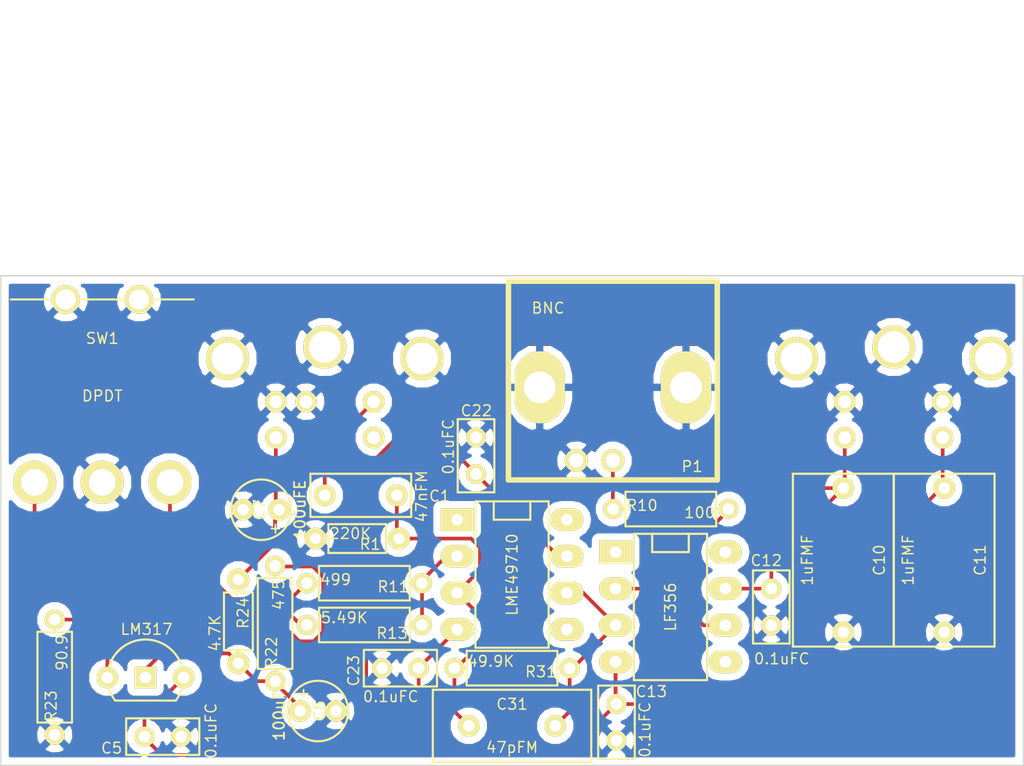
<source format=kicad_pcb>
(kicad_pcb (version 4) (host pcbnew "(2014-10-02 BZR 5161)-product")

  (general
    (links 60)
    (no_connects 0)
    (area 133.949999 30.855019 205.050001 84.329001)
    (thickness 1.6)
    (drawings 4)
    (tracks 115)
    (zones 0)
    (modules 26)
    (nets 15)
  )

  (page A4)
  (layers
    (0 F.Cu signal)
    (31 B.Cu signal)
    (32 B.Adhes user)
    (33 F.Adhes user)
    (34 B.Paste user)
    (35 F.Paste user)
    (36 B.SilkS user)
    (37 F.SilkS user)
    (38 B.Mask user)
    (39 F.Mask user)
    (40 Dwgs.User user)
    (41 Cmts.User user)
    (42 Eco1.User user)
    (43 Eco2.User user)
    (44 Edge.Cuts user)
    (45 Margin user)
    (46 B.CrtYd user)
    (47 F.CrtYd user)
    (48 B.Fab user)
    (49 F.Fab user)
  )

  (setup
    (last_trace_width 0.254)
    (trace_clearance 0.254)
    (zone_clearance 0.508)
    (zone_45_only no)
    (trace_min 0.254)
    (segment_width 0.2)
    (edge_width 0.1)
    (via_size 0.889)
    (via_drill 0.635)
    (via_min_size 0.889)
    (via_min_drill 0.508)
    (uvia_size 0.508)
    (uvia_drill 0.127)
    (uvias_allowed no)
    (uvia_min_size 0.508)
    (uvia_min_drill 0.127)
    (pcb_text_width 0.3)
    (pcb_text_size 1.5 1.5)
    (mod_edge_width 0.15)
    (mod_text_size 0.75 0.75)
    (mod_text_width 0.1)
    (pad_size 1.5 1.5)
    (pad_drill 0.8)
    (pad_to_mask_clearance 0)
    (aux_axis_origin 0 0)
    (visible_elements 7FFFFF7F)
    (pcbplotparams
      (layerselection 0x010f0_80000001)
      (usegerberextensions true)
      (excludeedgelayer true)
      (linewidth 0.100000)
      (plotframeref false)
      (viasonmask false)
      (mode 1)
      (useauxorigin false)
      (hpglpennumber 1)
      (hpglpenspeed 20)
      (hpglpendiameter 15)
      (hpglpenoverlay 2)
      (psnegative false)
      (psa4output false)
      (plotreference true)
      (plotvalue true)
      (plotinvisibletext false)
      (padsonsilk false)
      (subtractmaskfromsilk false)
      (outputformat 1)
      (mirror false)
      (drillshape 0)
      (scaleselection 1)
      (outputdirectory gerber/))
  )

  (net 0 "")
  (net 1 "Net-(C1-Pad1)")
  (net 2 "Net-(C1-Pad2)")
  (net 3 +15V)
  (net 4 GNDA)
  (net 5 "Net-(C6-Pad1)")
  (net 6 "Net-(C7-Pad1)")
  (net 7 -15V)
  (net 8 "Net-(P1-Pad1)")
  (net 9 "Net-(R10-Pad1)")
  (net 10 "Net-(R11-Pad2)")
  (net 11 "Net-(R22-Pad1)")
  (net 12 "Net-(C31-Pad1)")
  (net 13 "Net-(R11-Pad1)")
  (net 14 "Net-(R13-Pad1)")

  (net_class Default "This is the default net class."
    (clearance 0.254)
    (trace_width 0.254)
    (via_dia 0.889)
    (via_drill 0.635)
    (uvia_dia 0.508)
    (uvia_drill 0.127)
    (add_net +15V)
    (add_net -15V)
    (add_net GNDA)
    (add_net "Net-(C1-Pad1)")
    (add_net "Net-(C1-Pad2)")
    (add_net "Net-(C31-Pad1)")
    (add_net "Net-(C6-Pad1)")
    (add_net "Net-(C7-Pad1)")
    (add_net "Net-(P1-Pad1)")
    (add_net "Net-(R10-Pad1)")
    (add_net "Net-(R11-Pad1)")
    (add_net "Net-(R11-Pad2)")
    (add_net "Net-(R13-Pad1)")
    (add_net "Net-(R22-Pad1)")
  )

  (module LBHB:capacitor-7x3mm-L_5mm (layer F.Cu) (tedit 54EB6A68) (tstamp 54EB6C05)
    (at 159 65.5)
    (path /54E4D9AA)
    (fp_text reference C1 (at 5.475 0.05) (layer F.SilkS)
      (effects (font (size 0.75 0.75) (thickness 0.1)))
    )
    (fp_text value 47nFM (at 4.225 0.075 90) (layer F.SilkS)
      (effects (font (size 0.75 0.75) (thickness 0.1)))
    )
    (fp_line (start 3.5 -1.5) (end -3.5 -1.5) (layer F.SilkS) (width 0.15))
    (fp_line (start -3.5 -1.5) (end -3.5 1.5) (layer F.SilkS) (width 0.15))
    (fp_line (start -3.5 1.5) (end 3.5 1.5) (layer F.SilkS) (width 0.15))
    (fp_line (start 3.5 1.5) (end 3.5 -1.5) (layer F.SilkS) (width 0.15))
    (pad 1 thru_hole circle (at 2.5 0) (size 1.5 1.5) (drill 0.8) (layers *.Cu *.Mask F.SilkS)
      (net 1 "Net-(C1-Pad1)"))
    (pad 2 thru_hole circle (at -2.5 0) (size 1.5 1.5) (drill 0.8) (layers *.Cu *.Mask F.SilkS)
      (net 2 "Net-(C1-Pad2)"))
  )

  (module LBHB:capacitor-2.5x5mm-L_2.5mm (layer F.Cu) (tedit 54EB6A9D) (tstamp 54EB6804)
    (at 145.25 82.25)
    (descr "Condensateur e = 1 pas")
    (tags C)
    (path /54E4C5E6)
    (fp_text reference C5 (at -3.55 0.8) (layer F.SilkS)
      (effects (font (size 0.75 0.75) (thickness 0.1)))
    )
    (fp_text value 0.1uFC (at 3.35 -0.4 90) (layer F.SilkS)
      (effects (font (size 0.75 0.75) (thickness 0.1)))
    )
    (fp_line (start -2.4892 -1.27) (end 2.54 -1.27) (layer F.SilkS) (width 0.15))
    (fp_line (start 2.54 -1.27) (end 2.54 1.27) (layer F.SilkS) (width 0.15))
    (fp_line (start 2.54 1.27) (end -2.54 1.27) (layer F.SilkS) (width 0.15))
    (fp_line (start -2.54 1.27) (end -2.54 -1.27) (layer F.SilkS) (width 0.15))
    (pad 1 thru_hole circle (at -1.27 0) (size 1.397 1.397) (drill 0.8128) (layers *.Cu *.Mask F.SilkS)
      (net 3 +15V))
    (pad 2 thru_hole circle (at 1.27 0) (size 1.397 1.397) (drill 0.8128) (layers *.Cu *.Mask F.SilkS)
      (net 4 GNDA))
    (model discret/capa_1_pas.wrl
      (at (xyz 0 0 0))
      (scale (xyz 1 1 1))
      (rotate (xyz 0 0 0))
    )
  )

  (module LBHB:capacitor-7x12mm-L_10mm (layer F.Cu) (tedit 54E50F73) (tstamp 54EB681B)
    (at 192.5 70 90)
    (path /54E50C3B)
    (fp_text reference C10 (at 0 2.5 90) (layer F.SilkS)
      (effects (font (size 0.75 0.75) (thickness 0.1)))
    )
    (fp_text value 1uFMF (at 0 -2.5 90) (layer F.SilkS)
      (effects (font (size 0.75 0.75) (thickness 0.1)))
    )
    (fp_line (start -6 -3.5) (end -6 3.5) (layer F.SilkS) (width 0.15))
    (fp_line (start -6 3.5) (end 6 3.5) (layer F.SilkS) (width 0.15))
    (fp_line (start 6 3.5) (end 6 -3.5) (layer F.SilkS) (width 0.15))
    (fp_line (start 6 -3.5) (end -6 -3.5) (layer F.SilkS) (width 0.15))
    (pad 1 thru_hole circle (at 5 0 90) (size 1.5 1.5) (drill 0.8) (layers *.Cu *.Mask F.SilkS)
      (net 3 +15V))
    (pad 2 thru_hole circle (at -5 0 90) (size 1.5 1.5) (drill 0.8) (layers *.Cu *.Mask F.SilkS)
      (net 4 GNDA))
  )

  (module LBHB:capacitor-7x12mm-L_10mm (layer F.Cu) (tedit 54E50F73) (tstamp 54EB6824)
    (at 199.5 70 90)
    (path /54E50A9D)
    (fp_text reference C11 (at 0 2.5 90) (layer F.SilkS)
      (effects (font (size 0.75 0.75) (thickness 0.1)))
    )
    (fp_text value 1uFMF (at 0 -2.5 90) (layer F.SilkS)
      (effects (font (size 0.75 0.75) (thickness 0.1)))
    )
    (fp_line (start -6 -3.5) (end -6 3.5) (layer F.SilkS) (width 0.15))
    (fp_line (start -6 3.5) (end 6 3.5) (layer F.SilkS) (width 0.15))
    (fp_line (start 6 3.5) (end 6 -3.5) (layer F.SilkS) (width 0.15))
    (fp_line (start 6 -3.5) (end -6 -3.5) (layer F.SilkS) (width 0.15))
    (pad 1 thru_hole circle (at 5 0 90) (size 1.5 1.5) (drill 0.8) (layers *.Cu *.Mask F.SilkS)
      (net 7 -15V))
    (pad 2 thru_hole circle (at -5 0 90) (size 1.5 1.5) (drill 0.8) (layers *.Cu *.Mask F.SilkS)
      (net 4 GNDA))
  )

  (module LBHB:capacitor-2.5x5mm-L_2.5mm (layer F.Cu) (tedit 54EB6A44) (tstamp 54EB682D)
    (at 187.5 73.25 90)
    (descr "Condensateur e = 1 pas")
    (tags C)
    (path /54E4F3DB)
    (fp_text reference C12 (at 3.225 -0.35 180) (layer F.SilkS)
      (effects (font (size 0.75 0.75) (thickness 0.1)))
    )
    (fp_text value 0.1uFC (at -3.6 0.725 180) (layer F.SilkS)
      (effects (font (size 0.75 0.75) (thickness 0.1)))
    )
    (fp_line (start -2.4892 -1.27) (end 2.54 -1.27) (layer F.SilkS) (width 0.15))
    (fp_line (start 2.54 -1.27) (end 2.54 1.27) (layer F.SilkS) (width 0.15))
    (fp_line (start 2.54 1.27) (end -2.54 1.27) (layer F.SilkS) (width 0.15))
    (fp_line (start -2.54 1.27) (end -2.54 -1.27) (layer F.SilkS) (width 0.15))
    (pad 1 thru_hole circle (at -1.27 0 90) (size 1.397 1.397) (drill 0.8128) (layers *.Cu *.Mask F.SilkS)
      (net 4 GNDA))
    (pad 2 thru_hole circle (at 1.27 0 90) (size 1.397 1.397) (drill 0.8128) (layers *.Cu *.Mask F.SilkS)
      (net 3 +15V))
    (model discret/capa_1_pas.wrl
      (at (xyz 0 0 0))
      (scale (xyz 1 1 1))
      (rotate (xyz 0 0 0))
    )
  )

  (module LBHB:capacitor-2.5x5mm-L_2.5mm (layer F.Cu) (tedit 54EB6A39) (tstamp 54EB6836)
    (at 176.75 81.25 90)
    (descr "Condensateur e = 1 pas")
    (tags C)
    (path /54E4F54F)
    (fp_text reference C13 (at 2.125 2.425 180) (layer F.SilkS)
      (effects (font (size 0.75 0.75) (thickness 0.1)))
    )
    (fp_text value 0.1uFC (at -0.525 1.975 90) (layer F.SilkS)
      (effects (font (size 0.75 0.75) (thickness 0.1)))
    )
    (fp_line (start -2.4892 -1.27) (end 2.54 -1.27) (layer F.SilkS) (width 0.15))
    (fp_line (start 2.54 -1.27) (end 2.54 1.27) (layer F.SilkS) (width 0.15))
    (fp_line (start 2.54 1.27) (end -2.54 1.27) (layer F.SilkS) (width 0.15))
    (fp_line (start -2.54 1.27) (end -2.54 -1.27) (layer F.SilkS) (width 0.15))
    (pad 1 thru_hole circle (at -1.27 0 90) (size 1.397 1.397) (drill 0.8128) (layers *.Cu *.Mask F.SilkS)
      (net 4 GNDA))
    (pad 2 thru_hole circle (at 1.27 0 90) (size 1.397 1.397) (drill 0.8128) (layers *.Cu *.Mask F.SilkS)
      (net 7 -15V))
    (model discret/capa_1_pas.wrl
      (at (xyz 0 0 0))
      (scale (xyz 1 1 1))
      (rotate (xyz 0 0 0))
    )
  )

  (module LBHB:capacitor-2.5x5mm-L_2.5mm (layer F.Cu) (tedit 54EB6A70) (tstamp 54EB683F)
    (at 167 62.75 270)
    (descr "Condensateur e = 1 pas")
    (tags C)
    (path /54E61A79)
    (fp_text reference C22 (at -3.125 -0.025 360) (layer F.SilkS)
      (effects (font (size 0.75 0.75) (thickness 0.1)))
    )
    (fp_text value 0.1uFC (at -0.625 1.925 270) (layer F.SilkS)
      (effects (font (size 0.75 0.75) (thickness 0.1)))
    )
    (fp_line (start -2.4892 -1.27) (end 2.54 -1.27) (layer F.SilkS) (width 0.15))
    (fp_line (start 2.54 -1.27) (end 2.54 1.27) (layer F.SilkS) (width 0.15))
    (fp_line (start 2.54 1.27) (end -2.54 1.27) (layer F.SilkS) (width 0.15))
    (fp_line (start -2.54 1.27) (end -2.54 -1.27) (layer F.SilkS) (width 0.15))
    (pad 1 thru_hole circle (at -1.27 0 270) (size 1.397 1.397) (drill 0.8128) (layers *.Cu *.Mask F.SilkS)
      (net 4 GNDA))
    (pad 2 thru_hole circle (at 1.27 0 270) (size 1.397 1.397) (drill 0.8128) (layers *.Cu *.Mask F.SilkS)
      (net 3 +15V))
    (model discret/capa_1_pas.wrl
      (at (xyz 0 0 0))
      (scale (xyz 1 1 1))
      (rotate (xyz 0 0 0))
    )
  )

  (module LBHB:capacitor-2.5x5mm-L_2.5mm (layer F.Cu) (tedit 54EB6A4E) (tstamp 54EB6848)
    (at 161.75 77.5)
    (descr "Condensateur e = 1 pas")
    (tags C)
    (path /54E62127)
    (fp_text reference C23 (at -3.25 0.175 90) (layer F.SilkS)
      (effects (font (size 0.75 0.75) (thickness 0.1)))
    )
    (fp_text value 0.1uFC (at -0.675 1.975) (layer F.SilkS)
      (effects (font (size 0.75 0.75) (thickness 0.1)))
    )
    (fp_line (start -2.4892 -1.27) (end 2.54 -1.27) (layer F.SilkS) (width 0.15))
    (fp_line (start 2.54 -1.27) (end 2.54 1.27) (layer F.SilkS) (width 0.15))
    (fp_line (start 2.54 1.27) (end -2.54 1.27) (layer F.SilkS) (width 0.15))
    (fp_line (start -2.54 1.27) (end -2.54 -1.27) (layer F.SilkS) (width 0.15))
    (pad 1 thru_hole circle (at -1.27 0) (size 1.397 1.397) (drill 0.8128) (layers *.Cu *.Mask F.SilkS)
      (net 4 GNDA))
    (pad 2 thru_hole circle (at 1.27 0) (size 1.397 1.397) (drill 0.8128) (layers *.Cu *.Mask F.SilkS)
      (net 7 -15V))
    (model discret/capa_1_pas.wrl
      (at (xyz 0 0 0))
      (scale (xyz 1 1 1))
      (rotate (xyz 0 0 0))
    )
  )

  (module LBHB:capacitor-5x11mm-L_6mm (layer F.Cu) (tedit 54E515D3) (tstamp 54EB6851)
    (at 169.5 81.5 180)
    (path /54E4EC03)
    (fp_text reference C31 (at 0 1.5 180) (layer F.SilkS)
      (effects (font (size 0.75 0.75) (thickness 0.1)))
    )
    (fp_text value 47pFM (at 0 -1.5 180) (layer F.SilkS)
      (effects (font (size 0.75 0.75) (thickness 0.1)))
    )
    (fp_line (start -5.5 -2.5) (end 5.5 -2.5) (layer F.SilkS) (width 0.15))
    (fp_line (start 5.5 -2.5) (end 5.5 2.5) (layer F.SilkS) (width 0.15))
    (fp_line (start 5.5 2.5) (end -5.5 2.5) (layer F.SilkS) (width 0.15))
    (fp_line (start -5.5 2.5) (end -5.5 -2.5) (layer F.SilkS) (width 0.15))
    (pad 2 thru_hole circle (at 3 0 180) (size 1.5 1.5) (drill 0.8) (layers *.Cu *.Mask F.SilkS)
      (net 1 "Net-(C1-Pad1)"))
    (pad 1 thru_hole circle (at -3 0 180) (size 1.5 1.5) (drill 0.8) (layers *.Cu *.Mask F.SilkS)
      (net 12 "Net-(C31-Pad1)"))
  )

  (module LBHB:resistor-4x2mm (layer F.Cu) (tedit 54EB6A7F) (tstamp 54EB686E)
    (at 158.75 68.5)
    (path /54E4D8E4)
    (fp_text reference R1 (at 0.9 0.4) (layer F.SilkS)
      (effects (font (size 0.75 0.75) (thickness 0.1)))
    )
    (fp_text value 220K (at -0.475 -0.35) (layer F.SilkS)
      (effects (font (size 0.75 0.75) (thickness 0.1)))
    )
    (fp_line (start 2.4 0) (end 2 0) (layer F.SilkS) (width 0.15))
    (fp_line (start -2.4 0) (end -2 0) (layer F.SilkS) (width 0.15))
    (fp_line (start -2 -1) (end 2 -1) (layer F.SilkS) (width 0.15))
    (fp_line (start 2 -1) (end 2 1) (layer F.SilkS) (width 0.15))
    (fp_line (start 2 1) (end -2 1) (layer F.SilkS) (width 0.15))
    (fp_line (start -2 1) (end -2 -1) (layer F.SilkS) (width 0.15))
    (pad 1 thru_hole circle (at -2.9 0) (size 1.524 1.524) (drill 0.762) (layers *.Cu *.Mask F.SilkS)
      (net 4 GNDA))
    (pad 2 thru_hole circle (at 2.9 0) (size 1.524 1.524) (drill 0.762) (layers *.Cu *.Mask F.SilkS)
      (net 1 "Net-(C1-Pad1)"))
  )

  (module LBHB:resistor-6.3x2.4mm (layer F.Cu) (tedit 54EB5F38) (tstamp 54EB6879)
    (at 180.525 66.45 180)
    (descr "Resitance 3 pas")
    (tags R)
    (path /54E4F8E9)
    (autoplace_cost180 10)
    (fp_text reference R10 (at 2 0.25 180) (layer F.SilkS)
      (effects (font (size 0.75 0.75) (thickness 0.1)))
    )
    (fp_text value 100 (at -2 -0.25 180) (layer F.SilkS)
      (effects (font (size 0.75 0.75) (thickness 0.1)))
    )
    (fp_line (start -3.51 0) (end -3.202 0) (layer F.SilkS) (width 0.15))
    (fp_line (start 3.51 0) (end 3.202 0) (layer F.SilkS) (width 0.15))
    (fp_line (start 3.15 -1.2) (end -3.15 -1.2) (layer F.SilkS) (width 0.15))
    (fp_line (start -3.15 -1.2) (end -3.15 1.2) (layer F.SilkS) (width 0.15))
    (fp_line (start -3.15 1.2) (end 3.15 1.2) (layer F.SilkS) (width 0.15))
    (fp_line (start 3.15 1.2) (end 3.15 -1.2) (layer F.SilkS) (width 0.15))
    (pad 1 thru_hole circle (at -4 0 180) (size 1.397 1.397) (drill 0.8128) (layers *.Cu *.Mask F.SilkS)
      (net 9 "Net-(R10-Pad1)"))
    (pad 2 thru_hole circle (at 4 0 180) (size 1.397 1.397) (drill 0.8128) (layers *.Cu *.Mask F.SilkS)
      (net 8 "Net-(P1-Pad1)"))
    (model Discret/R3.wrl
      (at (xyz 0 0 0))
      (scale (xyz 0.3 0.3 0.3))
      (rotate (xyz 0 0 0))
    )
  )

  (module LBHB:resistor-6.3x2.4mm (layer F.Cu) (tedit 54EB5F38) (tstamp 54EB6884)
    (at 159.25 71.6)
    (descr "Resitance 3 pas")
    (tags R)
    (path /54E4E89F)
    (autoplace_cost180 10)
    (fp_text reference R11 (at 2 0.25) (layer F.SilkS)
      (effects (font (size 0.75 0.75) (thickness 0.1)))
    )
    (fp_text value 499 (at -2 -0.25) (layer F.SilkS)
      (effects (font (size 0.75 0.75) (thickness 0.1)))
    )
    (fp_line (start -3.51 0) (end -3.202 0) (layer F.SilkS) (width 0.15))
    (fp_line (start 3.51 0) (end 3.202 0) (layer F.SilkS) (width 0.15))
    (fp_line (start 3.15 -1.2) (end -3.15 -1.2) (layer F.SilkS) (width 0.15))
    (fp_line (start -3.15 -1.2) (end -3.15 1.2) (layer F.SilkS) (width 0.15))
    (fp_line (start -3.15 1.2) (end 3.15 1.2) (layer F.SilkS) (width 0.15))
    (fp_line (start 3.15 1.2) (end 3.15 -1.2) (layer F.SilkS) (width 0.15))
    (pad 1 thru_hole circle (at -4 0) (size 1.397 1.397) (drill 0.8128) (layers *.Cu *.Mask F.SilkS)
      (net 13 "Net-(R11-Pad1)"))
    (pad 2 thru_hole circle (at 4 0) (size 1.397 1.397) (drill 0.8128) (layers *.Cu *.Mask F.SilkS)
      (net 10 "Net-(R11-Pad2)"))
    (model Discret/R3.wrl
      (at (xyz 0 0 0))
      (scale (xyz 0.3 0.3 0.3))
      (rotate (xyz 0 0 0))
    )
  )

  (module LBHB:resistor-6.3x2.4mm (layer F.Cu) (tedit 54EB6A88) (tstamp 54EB688F)
    (at 159.25 74.5)
    (descr "Resitance 3 pas")
    (tags R)
    (path /54E4E7CA)
    (autoplace_cost180 10)
    (fp_text reference R13 (at 1.925 0.575) (layer F.SilkS)
      (effects (font (size 0.75 0.75) (thickness 0.1)))
    )
    (fp_text value 5.49K (at -1.4 -0.5) (layer F.SilkS)
      (effects (font (size 0.75 0.75) (thickness 0.1)))
    )
    (fp_line (start -3.51 0) (end -3.202 0) (layer F.SilkS) (width 0.15))
    (fp_line (start 3.51 0) (end 3.202 0) (layer F.SilkS) (width 0.15))
    (fp_line (start 3.15 -1.2) (end -3.15 -1.2) (layer F.SilkS) (width 0.15))
    (fp_line (start -3.15 -1.2) (end -3.15 1.2) (layer F.SilkS) (width 0.15))
    (fp_line (start -3.15 1.2) (end 3.15 1.2) (layer F.SilkS) (width 0.15))
    (fp_line (start 3.15 1.2) (end 3.15 -1.2) (layer F.SilkS) (width 0.15))
    (pad 1 thru_hole circle (at -4 0) (size 1.397 1.397) (drill 0.8128) (layers *.Cu *.Mask F.SilkS)
      (net 14 "Net-(R13-Pad1)"))
    (pad 2 thru_hole circle (at 4 0) (size 1.397 1.397) (drill 0.8128) (layers *.Cu *.Mask F.SilkS)
      (net 10 "Net-(R11-Pad2)"))
    (model Discret/R3.wrl
      (at (xyz 0 0 0))
      (scale (xyz 0.3 0.3 0.3))
      (rotate (xyz 0 0 0))
    )
  )

  (module LBHB:resistor-6.3x2.4mm (layer F.Cu) (tedit 54EB5F38) (tstamp 54EB689A)
    (at 153.05 74.4 270)
    (descr "Resitance 3 pas")
    (tags R)
    (path /54E4C528)
    (autoplace_cost180 10)
    (fp_text reference R22 (at 2 0.25 270) (layer F.SilkS)
      (effects (font (size 0.75 0.75) (thickness 0.1)))
    )
    (fp_text value 475 (at -2 -0.25 270) (layer F.SilkS)
      (effects (font (size 0.75 0.75) (thickness 0.1)))
    )
    (fp_line (start -3.51 0) (end -3.202 0) (layer F.SilkS) (width 0.15))
    (fp_line (start 3.51 0) (end 3.202 0) (layer F.SilkS) (width 0.15))
    (fp_line (start 3.15 -1.2) (end -3.15 -1.2) (layer F.SilkS) (width 0.15))
    (fp_line (start -3.15 -1.2) (end -3.15 1.2) (layer F.SilkS) (width 0.15))
    (fp_line (start -3.15 1.2) (end 3.15 1.2) (layer F.SilkS) (width 0.15))
    (fp_line (start 3.15 1.2) (end 3.15 -1.2) (layer F.SilkS) (width 0.15))
    (pad 1 thru_hole circle (at -4 0 270) (size 1.397 1.397) (drill 0.8128) (layers *.Cu *.Mask F.SilkS)
      (net 11 "Net-(R22-Pad1)"))
    (pad 2 thru_hole circle (at 4 0 270) (size 1.397 1.397) (drill 0.8128) (layers *.Cu *.Mask F.SilkS)
      (net 5 "Net-(C6-Pad1)"))
    (model Discret/R3.wrl
      (at (xyz 0 0 0))
      (scale (xyz 0.3 0.3 0.3))
      (rotate (xyz 0 0 0))
    )
  )

  (module LBHB:resistor-6.3x2.4mm (layer F.Cu) (tedit 54EB6AA7) (tstamp 54EB68A5)
    (at 137.75 78.125 270)
    (descr "Resitance 3 pas")
    (tags R)
    (path /54E4C497)
    (autoplace_cost180 10)
    (fp_text reference R23 (at 2 0.25 270) (layer F.SilkS)
      (effects (font (size 0.75 0.75) (thickness 0.1)))
    )
    (fp_text value 90.9 (at -1.7 -0.5 270) (layer F.SilkS)
      (effects (font (size 0.75 0.75) (thickness 0.1)))
    )
    (fp_line (start -3.51 0) (end -3.202 0) (layer F.SilkS) (width 0.15))
    (fp_line (start 3.51 0) (end 3.202 0) (layer F.SilkS) (width 0.15))
    (fp_line (start 3.15 -1.2) (end -3.15 -1.2) (layer F.SilkS) (width 0.15))
    (fp_line (start -3.15 -1.2) (end -3.15 1.2) (layer F.SilkS) (width 0.15))
    (fp_line (start -3.15 1.2) (end 3.15 1.2) (layer F.SilkS) (width 0.15))
    (fp_line (start 3.15 1.2) (end 3.15 -1.2) (layer F.SilkS) (width 0.15))
    (pad 1 thru_hole circle (at -4 0 270) (size 1.397 1.397) (drill 0.8128) (layers *.Cu *.Mask F.SilkS)
      (net 11 "Net-(R22-Pad1)"))
    (pad 2 thru_hole circle (at 4 0 270) (size 1.397 1.397) (drill 0.8128) (layers *.Cu *.Mask F.SilkS)
      (net 4 GNDA))
    (model Discret/R3.wrl
      (at (xyz 0 0 0))
      (scale (xyz 0.3 0.3 0.3))
      (rotate (xyz 0 0 0))
    )
  )

  (module LBHB:resistor-4x2mm (layer F.Cu) (tedit 54EB6A92) (tstamp 54EB68B0)
    (at 150.5 74.25 90)
    (path /54E4C59A)
    (fp_text reference R24 (at 0.575 0.325 90) (layer F.SilkS)
      (effects (font (size 0.75 0.75) (thickness 0.1)))
    )
    (fp_text value 4.7K (at -0.825 -1.625 90) (layer F.SilkS)
      (effects (font (size 0.75 0.75) (thickness 0.1)))
    )
    (fp_line (start 2.4 0) (end 2 0) (layer F.SilkS) (width 0.15))
    (fp_line (start -2.4 0) (end -2 0) (layer F.SilkS) (width 0.15))
    (fp_line (start -2 -1) (end 2 -1) (layer F.SilkS) (width 0.15))
    (fp_line (start 2 -1) (end 2 1) (layer F.SilkS) (width 0.15))
    (fp_line (start 2 1) (end -2 1) (layer F.SilkS) (width 0.15))
    (fp_line (start -2 1) (end -2 -1) (layer F.SilkS) (width 0.15))
    (pad 1 thru_hole circle (at -2.9 0 90) (size 1.524 1.524) (drill 0.762) (layers *.Cu *.Mask F.SilkS)
      (net 5 "Net-(C6-Pad1)"))
    (pad 2 thru_hole circle (at 2.9 0 90) (size 1.524 1.524) (drill 0.762) (layers *.Cu *.Mask F.SilkS)
      (net 6 "Net-(C7-Pad1)"))
  )

  (module LBHB:resistor-6.3x2.4mm (layer F.Cu) (tedit 54EB6B04) (tstamp 54EB68BB)
    (at 169.5 77.5)
    (descr "Resitance 3 pas")
    (tags R)
    (path /54E4EB06)
    (autoplace_cost180 10)
    (fp_text reference R31 (at 2 0.25) (layer F.SilkS)
      (effects (font (size 0.75 0.75) (thickness 0.1)))
    )
    (fp_text value 49.9K (at -1.475 -0.475) (layer F.SilkS)
      (effects (font (size 0.75 0.75) (thickness 0.1)))
    )
    (fp_line (start -3.51 0) (end -3.202 0) (layer F.SilkS) (width 0.15))
    (fp_line (start 3.51 0) (end 3.202 0) (layer F.SilkS) (width 0.15))
    (fp_line (start 3.15 -1.2) (end -3.15 -1.2) (layer F.SilkS) (width 0.15))
    (fp_line (start -3.15 -1.2) (end -3.15 1.2) (layer F.SilkS) (width 0.15))
    (fp_line (start -3.15 1.2) (end 3.15 1.2) (layer F.SilkS) (width 0.15))
    (fp_line (start 3.15 1.2) (end 3.15 -1.2) (layer F.SilkS) (width 0.15))
    (pad 1 thru_hole circle (at -4 0) (size 1.397 1.397) (drill 0.8128) (layers *.Cu *.Mask F.SilkS)
      (net 1 "Net-(C1-Pad1)"))
    (pad 2 thru_hole circle (at 4 0) (size 1.397 1.397) (drill 0.8128) (layers *.Cu *.Mask F.SilkS)
      (net 12 "Net-(C31-Pad1)"))
    (model Discret/R3.wrl
      (at (xyz 0 0 0))
      (scale (xyz 0.3 0.3 0.3))
      (rotate (xyz 0 0 0))
    )
  )

  (module LBHB:DIP-8 (layer F.Cu) (tedit 54DE774A) (tstamp 54EB68CF)
    (at 169.5 71 270)
    (descr "8 pins DIL package, elliptical pads")
    (tags DIL)
    (path /54E4DD76)
    (fp_text reference U1 (at 4.445 0.127 360) (layer F.SilkS) hide
      (effects (font (size 0.75 0.75) (thickness 0.1)))
    )
    (fp_text value LME49710 (at 0 0 270) (layer F.SilkS)
      (effects (font (size 0.75 0.75) (thickness 0.1)))
    )
    (fp_line (start -5.08 -1.27) (end -3.81 -1.27) (layer F.SilkS) (width 0.15))
    (fp_line (start -3.81 -1.27) (end -3.81 1.27) (layer F.SilkS) (width 0.15))
    (fp_line (start -3.81 1.27) (end -5.08 1.27) (layer F.SilkS) (width 0.15))
    (fp_line (start -5.08 -2.54) (end 5.08 -2.54) (layer F.SilkS) (width 0.15))
    (fp_line (start 5.08 -2.54) (end 5.08 2.54) (layer F.SilkS) (width 0.15))
    (fp_line (start 5.08 2.54) (end -5.08 2.54) (layer F.SilkS) (width 0.15))
    (fp_line (start -5.08 2.54) (end -5.08 -2.54) (layer F.SilkS) (width 0.15))
    (pad 1 thru_hole rect (at -3.81 3.81 270) (size 1.5748 2.286) (drill 0.8128) (layers *.Cu *.Mask F.SilkS))
    (pad 2 thru_hole oval (at -1.27 3.81 270) (size 1.5748 2.286) (drill 0.8128) (layers *.Cu *.Mask F.SilkS)
      (net 10 "Net-(R11-Pad2)"))
    (pad 3 thru_hole oval (at 1.27 3.81 270) (size 1.5748 2.286) (drill 0.8128) (layers *.Cu *.Mask F.SilkS)
      (net 1 "Net-(C1-Pad1)"))
    (pad 4 thru_hole oval (at 3.81 3.81 270) (size 1.5748 2.286) (drill 0.8128) (layers *.Cu *.Mask F.SilkS)
      (net 7 -15V))
    (pad 5 thru_hole oval (at 3.81 -3.81 270) (size 1.5748 2.286) (drill 0.8128) (layers *.Cu *.Mask F.SilkS))
    (pad 6 thru_hole oval (at 1.27 -3.81 270) (size 1.5748 2.286) (drill 0.8128) (layers *.Cu *.Mask F.SilkS)
      (net 12 "Net-(C31-Pad1)"))
    (pad 7 thru_hole oval (at -1.27 -3.81 270) (size 1.5748 2.286) (drill 0.8128) (layers *.Cu *.Mask F.SilkS)
      (net 3 +15V))
    (pad 8 thru_hole oval (at -3.81 -3.81 270) (size 1.5748 2.286) (drill 0.8128) (layers *.Cu *.Mask F.SilkS))
    (model dil/dil_8.wrl
      (at (xyz 0 0 0))
      (scale (xyz 1 1 1))
      (rotate (xyz 0 0 0))
    )
  )

  (module LBHB:DIP-8 (layer F.Cu) (tedit 54DE774A) (tstamp 54EB68E1)
    (at 180.5 73.25 270)
    (descr "8 pins DIL package, elliptical pads")
    (tags DIL)
    (path /54E4DE22)
    (fp_text reference U2 (at 4.445 0.127 360) (layer F.SilkS) hide
      (effects (font (size 0.75 0.75) (thickness 0.1)))
    )
    (fp_text value LF356 (at 0 0 270) (layer F.SilkS)
      (effects (font (size 0.75 0.75) (thickness 0.1)))
    )
    (fp_line (start -5.08 -1.27) (end -3.81 -1.27) (layer F.SilkS) (width 0.15))
    (fp_line (start -3.81 -1.27) (end -3.81 1.27) (layer F.SilkS) (width 0.15))
    (fp_line (start -3.81 1.27) (end -5.08 1.27) (layer F.SilkS) (width 0.15))
    (fp_line (start -5.08 -2.54) (end 5.08 -2.54) (layer F.SilkS) (width 0.15))
    (fp_line (start 5.08 -2.54) (end 5.08 2.54) (layer F.SilkS) (width 0.15))
    (fp_line (start 5.08 2.54) (end -5.08 2.54) (layer F.SilkS) (width 0.15))
    (fp_line (start -5.08 2.54) (end -5.08 -2.54) (layer F.SilkS) (width 0.15))
    (pad 1 thru_hole rect (at -3.81 3.81 270) (size 1.5748 2.286) (drill 0.8128) (layers *.Cu *.Mask F.SilkS))
    (pad 2 thru_hole oval (at -1.27 3.81 270) (size 1.5748 2.286) (drill 0.8128) (layers *.Cu *.Mask F.SilkS)
      (net 9 "Net-(R10-Pad1)"))
    (pad 3 thru_hole oval (at 1.27 3.81 270) (size 1.5748 2.286) (drill 0.8128) (layers *.Cu *.Mask F.SilkS)
      (net 12 "Net-(C31-Pad1)"))
    (pad 4 thru_hole oval (at 3.81 3.81 270) (size 1.5748 2.286) (drill 0.8128) (layers *.Cu *.Mask F.SilkS)
      (net 7 -15V))
    (pad 5 thru_hole oval (at 3.81 -3.81 270) (size 1.5748 2.286) (drill 0.8128) (layers *.Cu *.Mask F.SilkS))
    (pad 6 thru_hole oval (at 1.27 -3.81 270) (size 1.5748 2.286) (drill 0.8128) (layers *.Cu *.Mask F.SilkS)
      (net 9 "Net-(R10-Pad1)"))
    (pad 7 thru_hole oval (at -1.27 -3.81 270) (size 1.5748 2.286) (drill 0.8128) (layers *.Cu *.Mask F.SilkS)
      (net 3 +15V))
    (pad 8 thru_hole oval (at -3.81 -3.81 270) (size 1.5748 2.286) (drill 0.8128) (layers *.Cu *.Mask F.SilkS))
    (model dil/dil_8.wrl
      (at (xyz 0 0 0))
      (scale (xyz 1 1 1))
      (rotate (xyz 0 0 0))
    )
  )

  (module LBHB:TO-92-LM317 (layer F.Cu) (tedit 54EB6AA0) (tstamp 54EB68E2)
    (at 144.05 78.15 270)
    (descr "Regulateur TO220 serie LM78xx")
    (tags "TR TO220")
    (path /54E4BFFA)
    (fp_text reference VREG1 (at -0.05 4 450) (layer F.SilkS) hide
      (effects (font (size 0.75 0.75) (thickness 0.1)))
    )
    (fp_text value LM317 (at -3.35 -0.075 360) (layer F.SilkS)
      (effects (font (size 0.75 0.75) (thickness 0.1)))
    )
    (fp_arc (start 0 0) (end 1.6 2.1) (angle 90) (layer F.SilkS) (width 0.15))
    (fp_arc (start 0 0) (end -1.6 2.1) (angle 90) (layer F.SilkS) (width 0.15))
    (fp_arc (start 0 0) (end -2.1 -1.6) (angle 90) (layer F.SilkS) (width 0.15))
    (fp_line (start 1.6 -2.1) (end 1.6 2.1) (layer F.SilkS) (width 0.15))
    (pad 3 thru_hole circle (at 0 -2.65 270) (size 1.5 1.5) (drill 0.8) (layers *.Cu *.Mask F.SilkS)
      (net 3 +15V))
    (pad 2 thru_hole rect (at 0 0 270) (size 1.5 1.5) (drill 0.8) (layers *.Cu *.Mask F.SilkS)
      (net 5 "Net-(C6-Pad1)"))
    (pad 1 thru_hole circle (at 0 2.65 270) (size 1.5 1.5) (drill 0.8) (layers *.Cu *.Mask F.SilkS)
      (net 11 "Net-(R22-Pad1)"))
  )

  (module LBHB:capacitor-D_4mm-L_2.4mm (layer F.Cu) (tedit 55032628) (tstamp 54ECB332)
    (at 156.025 80.475)
    (descr "Capacitor 4mm x 2,5mm RM 2,5mm")
    (tags "Capacitor Kondensator")
    (path /54E4C692)
    (fp_text reference C6 (at 0.1 0 270) (layer F.SilkS)
      (effects (font (size 0.75 0.75) (thickness 0.125)))
    )
    (fp_text value 100uFE (at -2.7 0 90) (layer F.SilkS)
      (effects (font (size 0.75 0.75) (thickness 0.125)))
    )
    (fp_text user + (at -1 -1.25 180) (layer F.SilkS)
      (effects (font (size 0.75 0.75) (thickness 0.125)))
    )
    (fp_circle (center 0 0) (end 2.1 0) (layer F.SilkS) (width 0.15))
    (pad 1 thru_hole circle (at -1.25 0) (size 1.50114 1.50114) (drill 0.8001) (layers *.Cu *.Mask F.SilkS)
      (net 5 "Net-(C6-Pad1)"))
    (pad 2 thru_hole circle (at 1.25 0) (size 1.50114 1.50114) (drill 0.8001) (layers *.Cu *.Mask F.SilkS)
      (net 4 GNDA))
  )

  (module LBHB:capacitor-D_4mm-L_2.4mm (layer F.Cu) (tedit 5503261C) (tstamp 54ECB339)
    (at 152.075 66.5 180)
    (descr "Capacitor 4mm x 2,5mm RM 2,5mm")
    (tags "Capacitor Kondensator")
    (path /54E4C7AB)
    (fp_text reference C7 (at 0.1 0 450) (layer F.SilkS)
      (effects (font (size 0.75 0.75) (thickness 0.125)))
    )
    (fp_text value 100uFE (at -2.7 0 270) (layer F.SilkS)
      (effects (font (size 0.75 0.75) (thickness 0.125)))
    )
    (fp_text user + (at -1 -1.25 180) (layer F.SilkS)
      (effects (font (size 0.75 0.75) (thickness 0.125)))
    )
    (fp_circle (center 0 0) (end 2.1 0) (layer F.SilkS) (width 0.15))
    (pad 1 thru_hole circle (at -1.25 0 180) (size 1.50114 1.50114) (drill 0.8001) (layers *.Cu *.Mask F.SilkS)
      (net 6 "Net-(C7-Pad1)"))
    (pad 2 thru_hole circle (at 1.25 0 180) (size 1.50114 1.50114) (drill 0.8001) (layers *.Cu *.Mask F.SilkS)
      (net 4 GNDA))
  )

  (module LBHB:mini-DIN-4-pin (layer F.Cu) (tedit 54ECAD90) (tstamp 54ECB340)
    (at 196 50.5 180)
    (path /54E506CA)
    (fp_text reference PWR1 (at 0 -3 180) (layer F.SilkS) hide
      (effects (font (size 0.75 0.75) (thickness 0.1)))
    )
    (fp_text value PWR (at 0 -1 180) (layer F.SilkS) hide
      (effects (font (size 0.75 0.75) (thickness 0.1)))
    )
    (fp_line (start -0.5 -7.5) (end 0.5 -7.5) (layer Dwgs.User) (width 0.05))
    (fp_line (start 0 -7) (end 0 -8) (layer Dwgs.User) (width 0.05))
    (fp_line (start 7 0) (end -7 0) (layer Dwgs.User) (width 0.15))
    (fp_line (start -7 -1.8) (end 7 -1.8) (layer Dwgs.User) (width 0.15))
    (fp_line (start -7 -1.8) (end -7 0) (layer Dwgs.User) (width 0.15))
    (fp_line (start 7 -1.8) (end 7 0) (layer Dwgs.User) (width 0.15))
    (fp_line (start -7 -13) (end 7 -13) (layer Dwgs.User) (width 0.15))
    (fp_line (start 7 -13) (end 7 -1.8) (layer Dwgs.User) (width 0.15))
    (fp_line (start -7 -1.8) (end -7 -13) (layer Dwgs.User) (width 0.15))
    (pad C thru_hole circle (at 6.75 -5.5) (size 3 3) (drill 2.2) (layers *.Cu *.Mask F.SilkS)
      (net 4 GNDA))
    (pad C thru_hole circle (at -6.75 -5.5) (size 3 3) (drill 2.2) (layers *.Cu *.Mask F.SilkS)
      (net 4 GNDA))
    (pad 1 thru_hole circle (at 3.4 -8.5) (size 1.5 1.5) (drill 0.9) (layers *.Cu *.Mask F.SilkS)
      (net 4 GNDA))
    (pad 2 thru_hole circle (at -3.4 -8.5) (size 1.5 1.5) (drill 0.9) (layers *.Cu *.Mask F.SilkS)
      (net 4 GNDA))
    (pad 3 thru_hole circle (at 3.4 -11) (size 1.5 1.5) (drill 0.9) (layers *.Cu *.Mask F.SilkS)
      (net 3 +15V))
    (pad 4 thru_hole circle (at -3.4 -11) (size 1.5 1.5) (drill 0.9) (layers *.Cu *.Mask F.SilkS)
      (net 7 -15V))
    (pad C thru_hole circle (at 0 -4.7 90) (size 3 3) (drill 2.2) (layers *.Cu *.Mask F.SilkS)
      (net 4 GNDA))
  )

  (module LBHB:mini-DIN-5-pin (layer F.Cu) (tedit 54ECAF11) (tstamp 54EB685A)
    (at 156.5 50.5 180)
    (path /54E4CE68)
    (fp_text reference MIC1 (at 0 -3 180) (layer F.SilkS) hide
      (effects (font (size 0.75 0.75) (thickness 0.125)))
    )
    (fp_text value 5P_miniDIN (at 0 -1 180) (layer F.SilkS) hide
      (effects (font (size 0.75 0.75) (thickness 0.125)))
    )
    (fp_line (start -0.5 -7.5) (end 0.5 -7.5) (layer Dwgs.User) (width 0.05))
    (fp_line (start 0 -7) (end 0 -8) (layer Dwgs.User) (width 0.05))
    (fp_line (start 7 0) (end -7 0) (layer Dwgs.User) (width 0.15))
    (fp_line (start -7 -1.8) (end 7 -1.8) (layer Dwgs.User) (width 0.15))
    (fp_line (start -7 -1.8) (end -7 0) (layer Dwgs.User) (width 0.15))
    (fp_line (start 7 -1.8) (end 7 0) (layer Dwgs.User) (width 0.15))
    (fp_line (start 7 -2.2) (end 7 -1.8) (layer Dwgs.User) (width 0.15))
    (fp_line (start -7 -2.2) (end -7 -1.8) (layer Dwgs.User) (width 0.15))
    (fp_line (start -7 -13) (end 7 -13) (layer Dwgs.User) (width 0.15))
    (fp_line (start 7 -13) (end 7 -2.2) (layer Dwgs.User) (width 0.15))
    (fp_line (start -7 -2.2) (end -7 -13) (layer Dwgs.User) (width 0.15))
    (pad C thru_hole circle (at 6.75 -5.5) (size 3 3) (drill 2.2) (layers *.Cu *.Mask F.SilkS)
      (net 4 GNDA))
    (pad C thru_hole circle (at -6.75 -5.5) (size 3 3) (drill 2.2) (layers *.Cu *.Mask F.SilkS)
      (net 4 GNDA))
    (pad 1 thru_hole circle (at 1.3 -8.5) (size 1.5 1.5) (drill 0.9) (layers *.Cu *.Mask F.SilkS)
      (net 4 GNDA))
    (pad 2 thru_hole circle (at 3.4 -8.5) (size 1.5 1.5) (drill 0.9) (layers *.Cu *.Mask F.SilkS)
      (net 4 GNDA))
    (pad 3 thru_hole circle (at -3.4 -8.5) (size 1.5 1.5) (drill 0.9) (layers *.Cu *.Mask F.SilkS)
      (net 2 "Net-(C1-Pad2)"))
    (pad 4 thru_hole circle (at 3.4 -11) (size 1.5 1.5) (drill 0.9) (layers *.Cu *.Mask F.SilkS)
      (net 6 "Net-(C7-Pad1)"))
    (pad 5 thru_hole circle (at -3.4 -11) (size 1.5 1.5) (drill 0.9) (layers *.Cu *.Mask F.SilkS))
    (pad C thru_hole circle (at 0 -4.7 90) (size 3 3) (drill 2.2) (layers *.Cu *.Mask F.SilkS)
      (net 4 GNDA))
  )

  (module LBHB:BNC_socket_Amphenol (layer F.Cu) (tedit 54ECB09F) (tstamp 54E625A3)
    (at 176.5 58)
    (descr "BNC Socket TYCO AMP")
    (tags "BNC Socket TYCO AMP")
    (path /54E4FA6D)
    (fp_text reference P1 (at 5.5 5.5) (layer F.SilkS)
      (effects (font (size 0.75 0.75) (thickness 0.1)))
    )
    (fp_text value BNC (at -4.5 -5.5 180) (layer F.SilkS)
      (effects (font (size 0.75 0.75) (thickness 0.1)))
    )
    (fp_line (start -0.5 -4.5) (end 0.5 -4.5) (layer Dwgs.User) (width 0.05))
    (fp_line (start 0 -5) (end 0 -4) (layer Dwgs.User) (width 0.05))
    (fp_line (start -5.4991 -11.80084) (end 5.4991 -12.60094) (layer Dwgs.User) (width 0.381))
    (fp_line (start -5.4991 -11.00074) (end 5.4991 -11.80084) (layer Dwgs.User) (width 0.381))
    (fp_line (start -5.4991 -10.20064) (end 5.4991 -11.00074) (layer Dwgs.User) (width 0.381))
    (fp_line (start -5.4991 -9.40054) (end 5.4991 -10.20064) (layer Dwgs.User) (width 0.381))
    (fp_line (start -5.4991 -8.60044) (end 5.4991 -9.40054) (layer Dwgs.User) (width 0.381))
    (fp_line (start -5.4991 -7.80034) (end 5.4991 -8.60044) (layer Dwgs.User) (width 0.381))
    (fp_circle (center 0 -22.69998) (end 1.00076 -22.69998) (layer Dwgs.User) (width 0.381))
    (fp_line (start 4.8006 -14.69898) (end 4.8006 -26.70048) (layer Dwgs.User) (width 0.381))
    (fp_line (start 4.8006 -26.70048) (end -4.8006 -26.70048) (layer Dwgs.User) (width 0.381))
    (fp_line (start -4.8006 -26.70048) (end -4.8006 -14.69898) (layer Dwgs.User) (width 0.381))
    (fp_line (start 5.4991 -7.2009) (end 5.4991 -14.69898) (layer Dwgs.User) (width 0.381))
    (fp_line (start 5.4991 -14.69898) (end -5.4991 -14.69898) (layer Dwgs.User) (width 0.381))
    (fp_line (start -5.4991 -14.69898) (end -5.4991 -7.2009) (layer Dwgs.User) (width 0.381))
    (fp_line (start -7.25 6.43) (end 7.25 6.43) (layer F.SilkS) (width 0.381))
    (fp_line (start 7.25 6.43) (end 7.25 -7.37) (layer F.SilkS) (width 0.381))
    (fp_line (start 7.25 -7.37) (end -7.25 -7.37) (layer F.SilkS) (width 0.381))
    (fp_line (start -7.25 -7.37) (end -7.25 6.43) (layer F.SilkS) (width 0.381))
    (pad 2 thru_hole oval (at -5.08 0) (size 3.50012 5.00126) (drill 2.19964) (layers *.Cu *.Mask F.SilkS)
      (net 4 GNDA))
    (pad 2 thru_hole oval (at 5.08 0) (size 3.50012 5.00126) (drill 2.19964) (layers *.Cu *.Mask F.SilkS)
      (net 4 GNDA))
    (pad 1 thru_hole circle (at 0 5.08) (size 1.6002 1.6002) (drill 1.00076) (layers *.Cu *.Mask F.SilkS)
      (net 8 "Net-(P1-Pad1)"))
    (pad 2 thru_hole circle (at -2.54 5.08) (size 1.6002 1.6002) (drill 1.00076) (layers *.Cu *.Mask F.SilkS)
      (net 4 GNDA))
  )

  (module LBHB:switch-SPDT-7101 (layer F.Cu) (tedit 54ECB01A) (tstamp 54EB68C6)
    (at 141.05 64.6)
    (path /54E513B0)
    (fp_text reference SW1 (at 0 -10) (layer F.SilkS)
      (effects (font (size 0.75 0.75) (thickness 0.1)))
    )
    (fp_text value DPDT (at 0 -6) (layer F.SilkS)
      (effects (font (size 0.75 0.75) (thickness 0.1)))
    )
    (fp_line (start -0.5 -7.5) (end 0.5 -7.5) (layer Dwgs.User) (width 0.05))
    (fp_line (start 0 -8) (end 0 -7) (layer Dwgs.User) (width 0.05))
    (fp_line (start -6.35 -12.7) (end 6.35 -12.7) (layer F.SilkS) (width 0.15))
    (pad 1 thru_hole circle (at -4.7 0) (size 3 3) (drill 1.85) (layers *.Cu *.Mask F.SilkS)
      (net 14 "Net-(R13-Pad1)"))
    (pad 2 thru_hole circle (at 0 0) (size 3 3) (drill 1.85) (layers *.Cu *.Mask F.SilkS)
      (net 4 GNDA))
    (pad 3 thru_hole circle (at 4.7 0) (size 3 3) (drill 1.85) (layers *.Cu *.Mask F.SilkS)
      (net 13 "Net-(R11-Pad1)"))
    (pad C thru_hole circle (at -2.54 -12.7) (size 2 2) (drill 1.4) (layers *.Cu *.Mask F.SilkS)
      (net 4 GNDA))
    (pad C thru_hole circle (at 2.55 -12.7) (size 2 2) (drill 1.4) (layers *.Cu *.Mask F.SilkS)
      (net 4 GNDA))
  )

  (gr_line (start 134 84.25) (end 134 50.25) (angle 90) (layer Edge.Cuts) (width 0.1))
  (gr_line (start 205 84.25) (end 134 84.25) (angle 90) (layer Edge.Cuts) (width 0.1))
  (gr_line (start 205 50.25) (end 205 84.25) (angle 90) (layer Edge.Cuts) (width 0.1))
  (gr_line (start 134 50.25) (end 205 50.25) (angle 90) (layer Edge.Cuts) (width 0.1))

  (segment (start 165.69 72.27) (end 166.02 72.27) (width 0.254) (layer F.Cu) (net 1) (status 30))
  (segment (start 165.69 72.27) (end 165.69 72.7813) (width 0.254) (layer F.Cu) (net 1) (status 30))
  (segment (start 165.69 77.5) (end 165.4956 77.5) (width 0.254) (layer F.Cu) (net 1) (status 30))
  (segment (start 161.5 68.35) (end 161.65 68.5) (width 0.254) (layer F.Cu) (net 1) (tstamp 54EB692B) (status 30))
  (segment (start 161.5 65.5) (end 161.5 68.35) (width 0.254) (layer F.Cu) (net 1) (status 30))
  (segment (start 166.65 68.5) (end 167.275 69.125) (width 0.254) (layer F.Cu) (net 1) (tstamp 54EB692E))
  (segment (start 167.275 69.125) (end 167.275 70.685) (width 0.254) (layer F.Cu) (net 1) (tstamp 54EB692F))
  (segment (start 167.275 70.685) (end 165.69 72.27) (width 0.254) (layer F.Cu) (net 1) (tstamp 54EB6930) (status 20))
  (segment (start 161.65 68.5) (end 166.65 68.5) (width 0.254) (layer F.Cu) (net 1) (status 10))
  (segment (start 165.5 80.5) (end 166.5 81.5) (width 0.254) (layer F.Cu) (net 1) (tstamp 54EB6F98))
  (segment (start 165.5 77.5) (end 165.5 80.5) (width 0.254) (layer F.Cu) (net 1))
  (segment (start 167.55 75.575) (end 167.55 74.13) (width 0.254) (layer F.Cu) (net 1) (tstamp 54EB6F9D))
  (segment (start 167.55 74.13) (end 165.69 72.27) (width 0.254) (layer F.Cu) (net 1) (tstamp 54EB6F9F))
  (segment (start 165.625 77.5) (end 167.55 75.575) (width 0.254) (layer F.Cu) (net 1) (tstamp 54EB6F9C))
  (segment (start 165.5 77.5) (end 165.625 77.5) (width 0.254) (layer F.Cu) (net 1))
  (segment (start 156.75 62.15) (end 159.9 59) (width 0.254) (layer F.Cu) (net 2) (tstamp 54E617E7) (status 20))
  (segment (start 156.5 62.4) (end 156.75 62.15) (width 0.254) (layer F.Cu) (net 2))
  (segment (start 156.75 62.25) (end 156.75 62.15) (width 0.254) (layer F.Cu) (net 2) (tstamp 54E617E6))
  (segment (start 156.65 62.25) (end 156.75 62.25) (width 0.254) (layer F.Cu) (net 2) (tstamp 54E617E5))
  (segment (start 156.5 62.4) (end 156.65 62.25) (width 0.254) (layer F.Cu) (net 2) (tstamp 54E617E4))
  (segment (start 156.5 65.5) (end 156.5 62.4) (width 0.254) (layer F.Cu) (net 2) (status 10))
  (segment (start 184.31 71.98) (end 187.5 71.98) (width 0.254) (layer F.Cu) (net 3) (status 30))
  (segment (start 187.5 71.98) (end 187.5 70) (width 0.254) (layer F.Cu) (net 3) (status 10))
  (segment (start 187.5 70) (end 192.5 65) (width 0.254) (layer F.Cu) (net 3) (tstamp 54E61AA9) (status 20))
  (segment (start 167 64.02) (end 167 64) (width 0.254) (layer F.Cu) (net 3) (status 30))
  (segment (start 167 64) (end 164.25 61.25) (width 0.254) (layer F.Cu) (net 3) (tstamp 54E61A3E) (status 10))
  (segment (start 164.25 61.25) (end 164.25 58.75) (width 0.254) (layer F.Cu) (net 3) (tstamp 54E61A3F))
  (segment (start 173.31 69.73) (end 172.71 69.73) (width 0.254) (layer F.Cu) (net 3) (status 30))
  (segment (start 172.71 69.73) (end 167 64.02) (width 0.254) (layer F.Cu) (net 3) (tstamp 54E61A3B) (status 30))
  (segment (start 187.3 65.03) (end 186.53 65.03) (width 0.254) (layer F.Cu) (net 3))
  (segment (start 184 55.75) (end 183.25 55) (width 0.254) (layer F.Cu) (net 3) (tstamp 54E61A37))
  (segment (start 184 62.5) (end 184 55.75) (width 0.254) (layer F.Cu) (net 3) (tstamp 54E61A35))
  (segment (start 186.53 65.03) (end 184 62.5) (width 0.254) (layer F.Cu) (net 3) (tstamp 54E61A34))
  (segment (start 192.6 64.9) (end 192.5 65) (width 0.254) (layer F.Cu) (net 3) (status 30))
  (segment (start 192.6 61.5) (end 192.6 64.9) (width 0.254) (layer F.Cu) (net 3) (status 30))
  (segment (start 144.05 82.18) (end 143.98 82.25) (width 0.254) (layer F.Cu) (net 3) (status 30))
  (segment (start 187.33 65) (end 187.3 65.03) (width 0.254) (layer F.Cu) (net 3) (tstamp 54E614EF))
  (segment (start 192.5 65) (end 187.33 65) (width 0.254) (layer F.Cu) (net 3) (status 10))
  (segment (start 168 55) (end 183.25 55) (width 0.254) (layer F.Cu) (net 3) (tstamp 54E6165A))
  (segment (start 168 55) (end 164.25 58.75) (width 0.254) (layer F.Cu) (net 3))
  (segment (start 145.175 83.525) (end 156.45 83.525) (width 0.254) (layer F.Cu) (net 3) (tstamp 54EB690B))
  (segment (start 156.45 83.525) (end 159.375 80.6) (width 0.254) (layer F.Cu) (net 3) (tstamp 54EB690D))
  (segment (start 159.375 80.6) (end 159.375 63.625) (width 0.254) (layer F.Cu) (net 3) (tstamp 54EB690F))
  (segment (start 159.375 63.625) (end 164.25 58.75) (width 0.254) (layer F.Cu) (net 3) (tstamp 54EB6911))
  (segment (start 143.98 82.33) (end 145.175 83.525) (width 0.254) (layer F.Cu) (net 3) (tstamp 54EB690A) (status 10))
  (segment (start 143.98 82.25) (end 143.98 82.33) (width 0.254) (layer F.Cu) (net 3) (status 30))
  (segment (start 143.98 80.87) (end 146.7 78.15) (width 0.254) (layer F.Cu) (net 3) (tstamp 54EB6919) (status 20))
  (segment (start 143.98 82.25) (end 143.98 80.87) (width 0.254) (layer F.Cu) (net 3) (status 10))
  (segment (start 152.9 78.06) (end 153 78.06) (width 0.254) (layer F.Cu) (net 5) (status 30))
  (segment (start 151.75 78.4) (end 150.5 77.15) (width 0.254) (layer F.Cu) (net 5) (tstamp 54EB6904) (status 20))
  (segment (start 153.05 78.4) (end 151.75 78.4) (width 0.254) (layer F.Cu) (net 5) (status 10))
  (segment (start 149.825 76.475) (end 150.5 77.15) (width 0.254) (layer F.Cu) (net 5) (tstamp 54EB6920) (status 20))
  (segment (start 145.175 76.475) (end 149.825 76.475) (width 0.254) (layer F.Cu) (net 5) (tstamp 54EB691E))
  (segment (start 144.05 77.6) (end 145.175 76.475) (width 0.254) (layer F.Cu) (net 5) (tstamp 54EB691D) (status 10))
  (segment (start 144.05 78.15) (end 144.05 77.6) (width 0.254) (layer F.Cu) (net 5) (status 30))
  (segment (start 153.05 78.5) (end 155.025 80.475) (width 0.254) (layer F.Cu) (net 5) (tstamp 54EB6F76))
  (segment (start 153.05 78.4) (end 153.05 78.5) (width 0.254) (layer F.Cu) (net 5))
  (segment (start 153.05 67.89) (end 153.05 67.25) (width 0.254) (layer F.Cu) (net 6) (status 30))
  (segment (start 153.1 67.2) (end 153.05 67.25) (width 0.254) (layer F.Cu) (net 6) (status 30))
  (segment (start 153.1 61.5) (end 153.1 67.2) (width 0.254) (layer F.Cu) (net 6) (status 30))
  (segment (start 153.05 68.8) (end 150.5 71.35) (width 0.254) (layer F.Cu) (net 6) (tstamp 54EB6926) (status 20))
  (segment (start 153.05 67.25) (end 153.05 68.8) (width 0.254) (layer F.Cu) (net 6) (status 10))
  (segment (start 163.02 77.5) (end 163.02 82.27) (width 0.254) (layer F.Cu) (net 7) (status 10))
  (segment (start 173.48 83.25) (end 176.75 79.98) (width 0.254) (layer F.Cu) (net 7) (tstamp 54E61A75) (status 20))
  (segment (start 164 83.25) (end 173.48 83.25) (width 0.254) (layer F.Cu) (net 7) (tstamp 54E61A74))
  (segment (start 163.02 82.27) (end 164 83.25) (width 0.254) (layer F.Cu) (net 7) (tstamp 54E61A73))
  (segment (start 163.02 77.5) (end 163.02 77.48) (width 0.254) (layer F.Cu) (net 7) (status 30))
  (segment (start 163.02 77.48) (end 165.69 74.81) (width 0.254) (layer F.Cu) (net 7) (tstamp 54E61A70) (status 30))
  (segment (start 176.69 77.06) (end 176.69 79.92) (width 0.254) (layer F.Cu) (net 7) (status 30))
  (segment (start 176.69 79.92) (end 176.75 79.98) (width 0.254) (layer F.Cu) (net 7) (status 30))
  (segment (start 176.69 77.06) (end 176.69 79.9913) (width 0.254) (layer F.Cu) (net 7) (status 30))
  (segment (start 184.3087 79.9913) (end 176.69 79.9913) (width 0.254) (layer F.Cu) (net 7) (status 20))
  (segment (start 199.4 64.9) (end 184.3087 79.9913) (width 0.254) (layer F.Cu) (net 7) (status 10))
  (segment (start 199.5 65) (end 199.4 64.9) (width 0.254) (layer F.Cu) (net 7) (status 30))
  (segment (start 199.4 64.9) (end 199.4 61.5) (width 0.254) (layer F.Cu) (net 7) (status 30))
  (segment (start 176.5 66.56) (end 176.5 63.0013) (width 0.254) (layer F.Cu) (net 8) (status 30))
  (segment (start 176.69 66.75) (end 176.5 66.56) (width 0.254) (layer F.Cu) (net 8) (status 30))
  (segment (start 184.31 74.52) (end 182.7857 74.52) (width 0.254) (layer F.Cu) (net 9) (status 10))
  (segment (start 182.7857 74.52) (end 179.6629 71.3971) (width 0.254) (layer F.Cu) (net 9))
  (segment (start 179.08 71.98) (end 179.6629 71.3971) (width 0.254) (layer F.Cu) (net 9))
  (segment (start 176.69 71.98) (end 179.08 71.98) (width 0.254) (layer F.Cu) (net 9) (status 10))
  (segment (start 179.6629 71.3971) (end 184.31 66.75) (width 0.254) (layer F.Cu) (net 9) (status 20))
  (segment (start 165.69 69.73) (end 165.58 69.73) (width 0.254) (layer F.Cu) (net 10) (status 30))
  (segment (start 164.93 69.73) (end 163.06 71.6) (width 0.254) (layer F.Cu) (net 10) (tstamp 54EB5A60) (status 30))
  (segment (start 165.69 69.73) (end 164.93 69.73) (width 0.254) (layer F.Cu) (net 10) (status 30))
  (segment (start 163.25 71.6) (end 163.25 74.5) (width 0.254) (layer F.Cu) (net 10))
  (segment (start 139.35 74.125) (end 141.4 76.175) (width 0.254) (layer F.Cu) (net 11) (tstamp 54EB6961))
  (segment (start 141.4 76.175) (end 141.4 78.15) (width 0.254) (layer F.Cu) (net 11) (tstamp 54EB6963))
  (segment (start 137.75 74.125) (end 139.35 74.125) (width 0.254) (layer F.Cu) (net 11))
  (segment (start 153 70.44) (end 155.6646 70.44) (width 0.254) (layer F.Cu) (net 11) (status 10))
  (segment (start 155.6646 70.44) (end 156.384 71.1594) (width 0.254) (layer F.Cu) (net 11))
  (segment (start 156.384 71.1594) (end 156.384 74.9775) (width 0.254) (layer F.Cu) (net 11))
  (segment (start 156.384 74.9775) (end 155.725 75.6365) (width 0.254) (layer F.Cu) (net 11))
  (segment (start 154.728498 75.6365) (end 154.15 75.058002) (width 0.254) (layer F.Cu) (net 11) (tstamp 54EB6938))
  (segment (start 142.568598 75.058002) (end 141.41 76.2166) (width 0.254) (layer F.Cu) (net 11))
  (segment (start 154.15 75.058002) (end 142.568598 75.058002) (width 0.254) (layer F.Cu) (net 11) (tstamp 54EB692A))
  (segment (start 155.725 75.6365) (end 154.728498 75.6365) (width 0.254) (layer F.Cu) (net 11))
  (segment (start 141.41 76.2166) (end 141.41 78.1) (width 0.254) (layer F.Cu) (net 11) (status 20))
  (segment (start 173.31 72.27) (end 174.44 72.27) (width 0.254) (layer F.Cu) (net 12) (status 30))
  (segment (start 174.44 72.27) (end 176.69 74.52) (width 0.254) (layer F.Cu) (net 12) (tstamp 54E51609) (status 30))
  (segment (start 176.69 74.52) (end 176.49 74.32) (width 0.254) (layer F.Cu) (net 12) (status 30))
  (segment (start 173.5 80.5) (end 172.5 81.5) (width 0.254) (layer F.Cu) (net 12) (tstamp 54EB6F90))
  (segment (start 173.5 77.5) (end 173.5 80.5) (width 0.254) (layer F.Cu) (net 12))
  (segment (start 173.71 77.5) (end 176.69 74.52) (width 0.254) (layer F.Cu) (net 12) (tstamp 54EB6F94))
  (segment (start 173.5 77.5) (end 173.71 77.5) (width 0.254) (layer F.Cu) (net 12))
  (segment (start 145.75 68.41) (end 150.04 72.7) (width 0.254) (layer F.Cu) (net 13))
  (segment (start 150.04 72.7) (end 154.125 72.7) (width 0.254) (layer F.Cu) (net 13) (status 20))
  (segment (start 145.75 64.6) (end 145.75 68.41) (width 0.254) (layer F.Cu) (net 13) (status 10))
  (segment (start 155.225 71.6) (end 154.125 72.7) (width 0.254) (layer F.Cu) (net 13) (tstamp 54EB694A))
  (segment (start 155.25 71.6) (end 155.225 71.6) (width 0.254) (layer F.Cu) (net 13))
  (segment (start 136.35 68.41) (end 141.715 73.775) (width 0.254) (layer F.Cu) (net 14))
  (segment (start 141.715 73.775) (end 154.1 73.775) (width 0.254) (layer F.Cu) (net 14) (status 20))
  (segment (start 136.35 64.6) (end 136.35 68.41) (width 0.254) (layer F.Cu) (net 14) (status 10))
  (segment (start 154.825 74.5) (end 154.1 73.775) (width 0.254) (layer F.Cu) (net 14) (tstamp 54EB6988))
  (segment (start 155.25 74.5) (end 154.825 74.5) (width 0.254) (layer F.Cu) (net 14))

  (zone (net 4) (net_name GNDA) (layer B.Cu) (tstamp 54E51021) (hatch edge 0.508)
    (connect_pads (clearance 0.508))
    (min_thickness 0.254)
    (fill yes (arc_segments 16) (thermal_gap 0.508) (thermal_bridge_width 0.508))
    (polygon
      (pts
        (xy 204.75 84) (xy 134.25 84) (xy 134.25 50.5) (xy 204.75 50.5)
      )
    )
    (filled_polygon
      (pts
        (xy 204.315 83.565) (xy 204.084365 83.565) (xy 204.084365 57.51397) (xy 202.75 56.179605) (xy 202.570395 56.35921)
        (xy 202.570395 56) (xy 201.23603 54.665635) (xy 200.917261 54.825418) (xy 200.607277 55.616187) (xy 200.623503 56.465387)
        (xy 200.917261 57.174582) (xy 201.23603 57.334365) (xy 202.570395 56) (xy 202.570395 56.35921) (xy 201.415635 57.51397)
        (xy 201.575418 57.832739) (xy 202.366187 58.142723) (xy 203.215387 58.126497) (xy 203.924582 57.832739) (xy 204.084365 57.51397)
        (xy 204.084365 83.565) (xy 200.897201 83.565) (xy 200.897201 75.204829) (xy 200.88524 74.969518) (xy 200.88524 64.725715)
        (xy 200.797201 64.512643) (xy 200.797201 59.204829) (xy 200.76923 58.654552) (xy 200.61246 58.276077) (xy 200.371517 58.208088)
        (xy 200.191912 58.387693) (xy 200.191912 58.028483) (xy 200.123923 57.78754) (xy 199.604829 57.602799) (xy 199.054552 57.63077)
        (xy 198.676077 57.78754) (xy 198.608088 58.028483) (xy 199.4 58.820395) (xy 200.191912 58.028483) (xy 200.191912 58.387693)
        (xy 199.579605 59) (xy 200.371517 59.791912) (xy 200.61246 59.723923) (xy 200.797201 59.204829) (xy 200.797201 64.512643)
        (xy 200.78524 64.483695) (xy 200.78524 61.225715) (xy 200.574831 60.716485) (xy 200.185564 60.326539) (xy 200.017245 60.256647)
        (xy 200.123923 60.21246) (xy 200.191912 59.971517) (xy 199.4 59.179605) (xy 199.220395 59.35921) (xy 199.220395 59)
        (xy 198.428483 58.208088) (xy 198.18754 58.276077) (xy 198.142723 58.402005) (xy 198.142723 55.583813) (xy 198.126497 54.734613)
        (xy 197.832739 54.025418) (xy 197.51397 53.865635) (xy 197.334365 54.04524) (xy 197.334365 53.68603) (xy 197.174582 53.367261)
        (xy 196.383813 53.057277) (xy 195.534613 53.073503) (xy 194.825418 53.367261) (xy 194.665635 53.68603) (xy 196 55.020395)
        (xy 197.334365 53.68603) (xy 197.334365 54.04524) (xy 196.179605 55.2) (xy 197.51397 56.534365) (xy 197.832739 56.374582)
        (xy 198.142723 55.583813) (xy 198.142723 58.402005) (xy 198.002799 58.795171) (xy 198.03077 59.345448) (xy 198.18754 59.723923)
        (xy 198.428483 59.791912) (xy 199.220395 59) (xy 199.220395 59.35921) (xy 198.608088 59.971517) (xy 198.676077 60.21246)
        (xy 198.790611 60.253221) (xy 198.616485 60.325169) (xy 198.226539 60.714436) (xy 198.015241 61.223298) (xy 198.01476 61.774285)
        (xy 198.225169 62.283515) (xy 198.614436 62.673461) (xy 199.123298 62.884759) (xy 199.674285 62.88524) (xy 200.183515 62.674831)
        (xy 200.573461 62.285564) (xy 200.784759 61.776702) (xy 200.78524 61.225715) (xy 200.78524 64.483695) (xy 200.674831 64.216485)
        (xy 200.285564 63.826539) (xy 199.776702 63.615241) (xy 199.225715 63.61476) (xy 198.716485 63.825169) (xy 198.326539 64.214436)
        (xy 198.115241 64.723298) (xy 198.11476 65.274285) (xy 198.325169 65.783515) (xy 198.714436 66.173461) (xy 199.223298 66.384759)
        (xy 199.774285 66.38524) (xy 200.283515 66.174831) (xy 200.673461 65.785564) (xy 200.884759 65.276702) (xy 200.88524 64.725715)
        (xy 200.88524 74.969518) (xy 200.86923 74.654552) (xy 200.71246 74.276077) (xy 200.471517 74.208088) (xy 200.291912 74.387693)
        (xy 200.291912 74.028483) (xy 200.223923 73.78754) (xy 199.704829 73.602799) (xy 199.154552 73.63077) (xy 198.776077 73.78754)
        (xy 198.708088 74.028483) (xy 199.5 74.820395) (xy 200.291912 74.028483) (xy 200.291912 74.387693) (xy 199.679605 75)
        (xy 200.471517 75.791912) (xy 200.71246 75.723923) (xy 200.897201 75.204829) (xy 200.897201 83.565) (xy 200.291912 83.565)
        (xy 200.291912 75.971517) (xy 199.5 75.179605) (xy 199.320395 75.35921) (xy 199.320395 75) (xy 198.528483 74.208088)
        (xy 198.28754 74.276077) (xy 198.102799 74.795171) (xy 198.13077 75.345448) (xy 198.28754 75.723923) (xy 198.528483 75.791912)
        (xy 199.320395 75) (xy 199.320395 75.35921) (xy 198.708088 75.971517) (xy 198.776077 76.21246) (xy 199.295171 76.397201)
        (xy 199.845448 76.36923) (xy 200.223923 76.21246) (xy 200.291912 75.971517) (xy 200.291912 83.565) (xy 197.334365 83.565)
        (xy 197.334365 56.71397) (xy 196 55.379605) (xy 195.820395 55.55921) (xy 195.820395 55.2) (xy 194.48603 53.865635)
        (xy 194.167261 54.025418) (xy 193.857277 54.816187) (xy 193.873503 55.665387) (xy 194.167261 56.374582) (xy 194.48603 56.534365)
        (xy 195.820395 55.2) (xy 195.820395 55.55921) (xy 194.665635 56.71397) (xy 194.825418 57.032739) (xy 195.616187 57.342723)
        (xy 196.465387 57.326497) (xy 197.174582 57.032739) (xy 197.334365 56.71397) (xy 197.334365 83.565) (xy 193.997201 83.565)
        (xy 193.997201 59.204829) (xy 193.96923 58.654552) (xy 193.81246 58.276077) (xy 193.571517 58.208088) (xy 193.391912 58.387693)
        (xy 193.391912 58.028483) (xy 193.323923 57.78754) (xy 192.804829 57.602799) (xy 192.254552 57.63077) (xy 191.876077 57.78754)
        (xy 191.808088 58.028483) (xy 192.6 58.820395) (xy 193.391912 58.028483) (xy 193.391912 58.387693) (xy 192.779605 59)
        (xy 193.571517 59.791912) (xy 193.81246 59.723923) (xy 193.997201 59.204829) (xy 193.997201 83.565) (xy 193.98524 83.565)
        (xy 193.98524 61.225715) (xy 193.774831 60.716485) (xy 193.385564 60.326539) (xy 193.217245 60.256647) (xy 193.323923 60.21246)
        (xy 193.391912 59.971517) (xy 192.6 59.179605) (xy 192.420395 59.35921) (xy 192.420395 59) (xy 191.628483 58.208088)
        (xy 191.392723 58.274614) (xy 191.392723 56.383813) (xy 191.376497 55.534613) (xy 191.082739 54.825418) (xy 190.76397 54.665635)
        (xy 190.584365 54.84524) (xy 190.584365 54.48603) (xy 190.424582 54.167261) (xy 189.633813 53.857277) (xy 188.784613 53.873503)
        (xy 188.075418 54.167261) (xy 187.915635 54.48603) (xy 189.25 55.820395) (xy 190.584365 54.48603) (xy 190.584365 54.84524)
        (xy 189.429605 56) (xy 190.76397 57.334365) (xy 191.082739 57.174582) (xy 191.392723 56.383813) (xy 191.392723 58.274614)
        (xy 191.38754 58.276077) (xy 191.202799 58.795171) (xy 191.23077 59.345448) (xy 191.38754 59.723923) (xy 191.628483 59.791912)
        (xy 192.420395 59) (xy 192.420395 59.35921) (xy 191.808088 59.971517) (xy 191.876077 60.21246) (xy 191.990611 60.253221)
        (xy 191.816485 60.325169) (xy 191.426539 60.714436) (xy 191.215241 61.223298) (xy 191.21476 61.774285) (xy 191.425169 62.283515)
        (xy 191.814436 62.673461) (xy 192.323298 62.884759) (xy 192.874285 62.88524) (xy 193.383515 62.674831) (xy 193.773461 62.285564)
        (xy 193.984759 61.776702) (xy 193.98524 61.225715) (xy 193.98524 83.565) (xy 193.897201 83.565) (xy 193.897201 75.204829)
        (xy 193.88524 74.969518) (xy 193.88524 64.725715) (xy 193.674831 64.216485) (xy 193.285564 63.826539) (xy 192.776702 63.615241)
        (xy 192.225715 63.61476) (xy 191.716485 63.825169) (xy 191.326539 64.214436) (xy 191.115241 64.723298) (xy 191.11476 65.274285)
        (xy 191.325169 65.783515) (xy 191.714436 66.173461) (xy 192.223298 66.384759) (xy 192.774285 66.38524) (xy 193.283515 66.174831)
        (xy 193.673461 65.785564) (xy 193.884759 65.276702) (xy 193.88524 64.725715) (xy 193.88524 74.969518) (xy 193.86923 74.654552)
        (xy 193.71246 74.276077) (xy 193.471517 74.208088) (xy 193.291912 74.387693) (xy 193.291912 74.028483) (xy 193.223923 73.78754)
        (xy 192.704829 73.602799) (xy 192.154552 73.63077) (xy 191.776077 73.78754) (xy 191.708088 74.028483) (xy 192.5 74.820395)
        (xy 193.291912 74.028483) (xy 193.291912 74.387693) (xy 192.679605 75) (xy 193.471517 75.791912) (xy 193.71246 75.723923)
        (xy 193.897201 75.204829) (xy 193.897201 83.565) (xy 193.291912 83.565) (xy 193.291912 75.971517) (xy 192.5 75.179605)
        (xy 192.320395 75.35921) (xy 192.320395 75) (xy 191.528483 74.208088) (xy 191.28754 74.276077) (xy 191.102799 74.795171)
        (xy 191.13077 75.345448) (xy 191.28754 75.723923) (xy 191.528483 75.791912) (xy 192.320395 75) (xy 192.320395 75.35921)
        (xy 191.708088 75.971517) (xy 191.776077 76.21246) (xy 192.295171 76.397201) (xy 192.845448 76.36923) (xy 193.223923 76.21246)
        (xy 193.291912 75.971517) (xy 193.291912 83.565) (xy 190.584365 83.565) (xy 190.584365 57.51397) (xy 189.25 56.179605)
        (xy 189.070395 56.35921) (xy 189.070395 56) (xy 187.73603 54.665635) (xy 187.417261 54.825418) (xy 187.107277 55.616187)
        (xy 187.123503 56.465387) (xy 187.417261 57.174582) (xy 187.73603 57.334365) (xy 189.070395 56) (xy 189.070395 56.35921)
        (xy 187.915635 57.51397) (xy 188.075418 57.832739) (xy 188.866187 58.142723) (xy 189.715387 58.126497) (xy 190.424582 57.832739)
        (xy 190.584365 57.51397) (xy 190.584365 83.565) (xy 188.845927 83.565) (xy 188.845927 74.71252) (xy 188.833731 74.488035)
        (xy 188.833731 71.715914) (xy 188.631146 71.22562) (xy 188.256353 70.850173) (xy 187.766413 70.646732) (xy 187.235914 70.646269)
        (xy 186.74562 70.848854) (xy 186.370173 71.223647) (xy 186.166732 71.713587) (xy 186.166269 72.244086) (xy 186.368854 72.73438)
        (xy 186.743647 73.109827) (xy 187.065118 73.243313) (xy 186.807071 73.3502) (xy 186.745417 73.585812) (xy 187.5 74.340395)
        (xy 188.254583 73.585812) (xy 188.192929 73.3502) (xy 187.913688 73.251916) (xy 188.25438 73.111146) (xy 188.629827 72.736353)
        (xy 188.833268 72.246413) (xy 188.833731 71.715914) (xy 188.833731 74.488035) (xy 188.817148 74.182801) (xy 188.6698 73.827071)
        (xy 188.434188 73.765417) (xy 187.679605 74.52) (xy 188.434188 75.274583) (xy 188.6698 75.212929) (xy 188.845927 74.71252)
        (xy 188.845927 83.565) (xy 188.254583 83.565) (xy 188.254583 75.454188) (xy 187.5 74.699605) (xy 187.320395 74.87921)
        (xy 187.320395 74.52) (xy 186.565812 73.765417) (xy 186.3302 73.827071) (xy 186.154073 74.32748) (xy 186.182852 74.857199)
        (xy 186.3302 75.212929) (xy 186.565812 75.274583) (xy 187.320395 74.52) (xy 187.320395 74.87921) (xy 186.745417 75.454188)
        (xy 186.807071 75.6898) (xy 187.30748 75.865927) (xy 187.837199 75.837148) (xy 188.192929 75.6898) (xy 188.254583 75.454188)
        (xy 188.254583 83.565) (xy 186.122833 83.565) (xy 186.122833 77.06) (xy 186.014559 76.515671) (xy 185.706222 76.054211)
        (xy 185.310801 75.789999) (xy 185.706222 75.525789) (xy 186.014559 75.064329) (xy 186.122833 74.52) (xy 186.014559 73.975671)
        (xy 185.706222 73.514211) (xy 185.310801 73.249999) (xy 185.706222 72.985789) (xy 186.014559 72.524329) (xy 186.122833 71.98)
        (xy 186.014559 71.435671) (xy 185.706222 70.974211) (xy 185.310801 70.709999) (xy 185.706222 70.445789) (xy 186.014559 69.984329)
        (xy 186.122833 69.44) (xy 186.014559 68.895671) (xy 185.858731 68.662457) (xy 185.858731 66.185914) (xy 185.656146 65.69562)
        (xy 185.281353 65.320173) (xy 184.791413 65.116732) (xy 184.260914 65.116269) (xy 183.96506 65.238513) (xy 183.96506 58.87757)
        (xy 183.96506 58.127) (xy 183.96506 57.873) (xy 183.96506 57.12243) (xy 183.734907 56.219374) (xy 183.176689 55.473135)
        (xy 182.37539 54.997321) (xy 182.078013 54.916944) (xy 181.707 55.026745) (xy 181.707 57.873) (xy 183.96506 57.873)
        (xy 183.96506 58.127) (xy 181.707 58.127) (xy 181.707 60.973255) (xy 182.078013 61.083056) (xy 182.37539 61.002679)
        (xy 183.176689 60.526865) (xy 183.734907 59.780626) (xy 183.96506 58.87757) (xy 183.96506 65.238513) (xy 183.77062 65.318854)
        (xy 183.395173 65.693647) (xy 183.191732 66.183587) (xy 183.191269 66.714086) (xy 183.393854 67.20438) (xy 183.768647 67.579827)
        (xy 184.258587 67.783268) (xy 184.789086 67.783731) (xy 185.27938 67.581146) (xy 185.654827 67.206353) (xy 185.858268 66.716413)
        (xy 185.858731 66.185914) (xy 185.858731 68.662457) (xy 185.706222 68.434211) (xy 185.244762 68.125874) (xy 184.700433 68.0176)
        (xy 183.919567 68.0176) (xy 183.375238 68.125874) (xy 182.913778 68.434211) (xy 182.605441 68.895671) (xy 182.497167 69.44)
        (xy 182.605441 69.984329) (xy 182.913778 70.445789) (xy 183.309198 70.709999) (xy 182.913778 70.974211) (xy 182.605441 71.435671)
        (xy 182.497167 71.98) (xy 182.605441 72.524329) (xy 182.913778 72.985789) (xy 183.309198 73.249999) (xy 182.913778 73.514211)
        (xy 182.605441 73.975671) (xy 182.497167 74.52) (xy 182.605441 75.064329) (xy 182.913778 75.525789) (xy 183.309198 75.789999)
        (xy 182.913778 76.054211) (xy 182.605441 76.515671) (xy 182.497167 77.06) (xy 182.605441 77.604329) (xy 182.913778 78.065789)
        (xy 183.375238 78.374126) (xy 183.919567 78.4824) (xy 184.700433 78.4824) (xy 185.244762 78.374126) (xy 185.706222 78.065789)
        (xy 186.014559 77.604329) (xy 186.122833 77.06) (xy 186.122833 83.565) (xy 181.453 83.565) (xy 181.453 60.973255)
        (xy 181.453 58.127) (xy 181.453 57.873) (xy 181.453 55.026745) (xy 181.081987 54.916944) (xy 180.78461 54.997321)
        (xy 179.983311 55.473135) (xy 179.425093 56.219374) (xy 179.19494 57.12243) (xy 179.19494 57.873) (xy 181.453 57.873)
        (xy 181.453 58.127) (xy 179.19494 58.127) (xy 179.19494 58.87757) (xy 179.425093 59.780626) (xy 179.983311 60.526865)
        (xy 180.78461 61.002679) (xy 181.081987 61.083056) (xy 181.453 60.973255) (xy 181.453 83.565) (xy 178.502833 83.565)
        (xy 178.502833 77.06) (xy 178.394559 76.515671) (xy 178.086222 76.054211) (xy 177.690801 75.789999) (xy 178.086222 75.525789)
        (xy 178.394559 75.064329) (xy 178.502833 74.52) (xy 178.394559 73.975671) (xy 178.086222 73.514211) (xy 177.690801 73.249999)
        (xy 178.086222 72.985789) (xy 178.394559 72.524329) (xy 178.502833 71.98) (xy 178.394559 71.435671) (xy 178.086222 70.974211)
        (xy 177.918884 70.8624) (xy 177.959309 70.8624) (xy 178.192698 70.765727) (xy 178.371327 70.587099) (xy 178.468 70.35371)
        (xy 178.468 70.101091) (xy 178.468 68.526291) (xy 178.371327 68.292902) (xy 178.192699 68.114273) (xy 177.95931 68.0176)
        (xy 177.935348 68.0176) (xy 177.935348 62.795793) (xy 177.717328 62.268143) (xy 177.31398 61.864091) (xy 176.786711 61.64515)
        (xy 176.215793 61.644652) (xy 175.688143 61.862672) (xy 175.284091 62.26602) (xy 175.236551 62.380507) (xy 175.213947 62.325935)
        (xy 174.967817 62.251788) (xy 174.788212 62.431393) (xy 174.788212 62.072183) (xy 174.714065 61.826053) (xy 174.1768 61.632936)
        (xy 173.80506 61.650656) (xy 173.80506 58.87757) (xy 173.80506 58.127) (xy 173.80506 57.873) (xy 173.80506 57.12243)
        (xy 173.574907 56.219374) (xy 173.016689 55.473135) (xy 172.21539 54.997321) (xy 171.918013 54.916944) (xy 171.547 55.026745)
        (xy 171.547 57.873) (xy 173.80506 57.873) (xy 173.80506 58.127) (xy 171.547 58.127) (xy 171.547 60.973255)
        (xy 171.918013 61.083056) (xy 172.21539 61.002679) (xy 173.016689 60.526865) (xy 173.574907 59.780626) (xy 173.80506 58.87757)
        (xy 173.80506 61.650656) (xy 173.60653 61.660121) (xy 173.205935 61.826053) (xy 173.131788 62.072183) (xy 173.96 62.900395)
        (xy 174.788212 62.072183) (xy 174.788212 62.431393) (xy 174.139605 63.08) (xy 174.967817 63.908212) (xy 175.213947 63.834065)
        (xy 175.23481 63.776022) (xy 175.282672 63.891857) (xy 175.68602 64.295909) (xy 176.213289 64.51485) (xy 176.784207 64.515348)
        (xy 177.311857 64.297328) (xy 177.715909 63.89398) (xy 177.93485 63.366711) (xy 177.935348 62.795793) (xy 177.935348 68.0176)
        (xy 177.858731 68.0176) (xy 177.858731 66.185914) (xy 177.656146 65.69562) (xy 177.281353 65.320173) (xy 176.791413 65.116732)
        (xy 176.260914 65.116269) (xy 175.77062 65.318854) (xy 175.395173 65.693647) (xy 175.191732 66.183587) (xy 175.191269 66.714086)
        (xy 175.393854 67.20438) (xy 175.768647 67.579827) (xy 176.258587 67.783268) (xy 176.789086 67.783731) (xy 177.27938 67.581146)
        (xy 177.654827 67.206353) (xy 177.858268 66.716413) (xy 177.858731 66.185914) (xy 177.858731 68.0176) (xy 177.706691 68.0176)
        (xy 175.420691 68.0176) (xy 175.187302 68.114273) (xy 175.008673 68.292901) (xy 174.912 68.52629) (xy 174.912 68.778909)
        (xy 174.912 69.03218) (xy 174.706222 68.724211) (xy 174.310801 68.46) (xy 174.706222 68.195789) (xy 175.014559 67.734329)
        (xy 175.122833 67.19) (xy 175.014559 66.645671) (xy 174.788212 66.306917) (xy 174.788212 64.087817) (xy 173.96 63.259605)
        (xy 173.780395 63.43921) (xy 173.780395 63.08) (xy 172.952183 62.251788) (xy 172.706053 62.325935) (xy 172.512936 62.8632)
        (xy 172.540121 63.43347) (xy 172.706053 63.834065) (xy 172.952183 63.908212) (xy 173.780395 63.08) (xy 173.780395 63.43921)
        (xy 173.131788 64.087817) (xy 173.205935 64.333947) (xy 173.7432 64.527064) (xy 174.31347 64.499879) (xy 174.714065 64.333947)
        (xy 174.788212 64.087817) (xy 174.788212 66.306917) (xy 174.706222 66.184211) (xy 174.244762 65.875874) (xy 173.700433 65.7676)
        (xy 172.919567 65.7676) (xy 172.375238 65.875874) (xy 171.913778 66.184211) (xy 171.605441 66.645671) (xy 171.497167 67.19)
        (xy 171.605441 67.734329) (xy 171.913778 68.195789) (xy 172.309198 68.46) (xy 171.913778 68.724211) (xy 171.605441 69.185671)
        (xy 171.497167 69.73) (xy 171.605441 70.274329) (xy 171.913778 70.735789) (xy 172.309198 71) (xy 171.913778 71.264211)
        (xy 171.605441 71.725671) (xy 171.497167 72.27) (xy 171.605441 72.814329) (xy 171.913778 73.275789) (xy 172.309198 73.539999)
        (xy 171.913778 73.804211) (xy 171.605441 74.265671) (xy 171.497167 74.81) (xy 171.605441 75.354329) (xy 171.913778 75.815789)
        (xy 172.375238 76.124126) (xy 172.919567 76.2324) (xy 173.075864 76.2324) (xy 172.74562 76.368854) (xy 172.370173 76.743647)
        (xy 172.166732 77.233587) (xy 172.166269 77.764086) (xy 172.368854 78.25438) (xy 172.743647 78.629827) (xy 173.233587 78.833268)
        (xy 173.764086 78.833731) (xy 174.25438 78.631146) (xy 174.629827 78.256353) (xy 174.833268 77.766413) (xy 174.833731 77.235914)
        (xy 174.631146 76.74562) (xy 174.256353 76.370173) (xy 173.851968 76.202257) (xy 174.244762 76.124126) (xy 174.706222 75.815789)
        (xy 175.014559 75.354329) (xy 175.05233 75.164437) (xy 175.293778 75.525789) (xy 175.689198 75.789999) (xy 175.293778 76.054211)
        (xy 174.985441 76.515671) (xy 174.877167 77.06) (xy 174.985441 77.604329) (xy 175.293778 78.065789) (xy 175.755238 78.374126)
        (xy 176.299567 78.4824) (xy 177.080433 78.4824) (xy 177.624762 78.374126) (xy 178.086222 78.065789) (xy 178.394559 77.604329)
        (xy 178.502833 77.06) (xy 178.502833 83.565) (xy 178.095927 83.565) (xy 178.095927 82.71252) (xy 178.083731 82.488035)
        (xy 178.083731 79.715914) (xy 177.881146 79.22562) (xy 177.506353 78.850173) (xy 177.016413 78.646732) (xy 176.485914 78.646269)
        (xy 175.99562 78.848854) (xy 175.620173 79.223647) (xy 175.416732 79.713587) (xy 175.416269 80.244086) (xy 175.618854 80.73438)
        (xy 175.993647 81.109827) (xy 176.315118 81.243313) (xy 176.057071 81.3502) (xy 175.995417 81.585812) (xy 176.75 82.340395)
        (xy 177.504583 81.585812) (xy 177.442929 81.3502) (xy 177.163688 81.251916) (xy 177.50438 81.111146) (xy 177.879827 80.736353)
        (xy 178.083268 80.246413) (xy 178.083731 79.715914) (xy 178.083731 82.488035) (xy 178.067148 82.182801) (xy 177.9198 81.827071)
        (xy 177.684188 81.765417) (xy 176.929605 82.52) (xy 177.684188 83.274583) (xy 177.9198 83.212929) (xy 178.095927 82.71252)
        (xy 178.095927 83.565) (xy 177.475586 83.565) (xy 177.504583 83.454188) (xy 176.75 82.699605) (xy 176.570395 82.87921)
        (xy 176.570395 82.52) (xy 175.815812 81.765417) (xy 175.5802 81.827071) (xy 175.404073 82.32748) (xy 175.432852 82.857199)
        (xy 175.5802 83.212929) (xy 175.815812 83.274583) (xy 176.570395 82.52) (xy 176.570395 82.87921) (xy 175.995417 83.454188)
        (xy 176.024413 83.565) (xy 173.88524 83.565) (xy 173.88524 81.225715) (xy 173.674831 80.716485) (xy 173.285564 80.326539)
        (xy 172.776702 80.115241) (xy 172.225715 80.11476) (xy 171.716485 80.325169) (xy 171.326539 80.714436) (xy 171.293 80.795206)
        (xy 171.293 60.973255) (xy 171.293 58.127) (xy 171.293 57.873) (xy 171.293 55.026745) (xy 170.921987 54.916944)
        (xy 170.62461 54.997321) (xy 169.823311 55.473135) (xy 169.265093 56.219374) (xy 169.03494 57.12243) (xy 169.03494 57.873)
        (xy 171.293 57.873) (xy 171.293 58.127) (xy 169.03494 58.127) (xy 169.03494 58.87757) (xy 169.265093 59.780626)
        (xy 169.823311 60.526865) (xy 170.62461 61.002679) (xy 170.921987 61.083056) (xy 171.293 60.973255) (xy 171.293 80.795206)
        (xy 171.115241 81.223298) (xy 171.11476 81.774285) (xy 171.325169 82.283515) (xy 171.714436 82.673461) (xy 172.223298 82.884759)
        (xy 172.774285 82.88524) (xy 173.283515 82.674831) (xy 173.673461 82.285564) (xy 173.884759 81.776702) (xy 173.88524 81.225715)
        (xy 173.88524 83.565) (xy 168.345927 83.565) (xy 168.345927 61.67252) (xy 168.317148 61.142801) (xy 168.1698 60.787071)
        (xy 167.934188 60.725417) (xy 167.754583 60.905022) (xy 167.754583 60.545812) (xy 167.692929 60.3102) (xy 167.19252 60.134073)
        (xy 166.662801 60.162852) (xy 166.307071 60.3102) (xy 166.245417 60.545812) (xy 167 61.300395) (xy 167.754583 60.545812)
        (xy 167.754583 60.905022) (xy 167.179605 61.48) (xy 167.934188 62.234583) (xy 168.1698 62.172929) (xy 168.345927 61.67252)
        (xy 168.345927 83.565) (xy 168.333731 83.565) (xy 168.333731 63.755914) (xy 168.131146 63.26562) (xy 167.756353 62.890173)
        (xy 167.434881 62.756686) (xy 167.692929 62.6498) (xy 167.754583 62.414188) (xy 167 61.659605) (xy 166.820395 61.83921)
        (xy 166.820395 61.48) (xy 166.065812 60.725417) (xy 165.8302 60.787071) (xy 165.654073 61.28748) (xy 165.682852 61.817199)
        (xy 165.8302 62.172929) (xy 166.065812 62.234583) (xy 166.820395 61.48) (xy 166.820395 61.83921) (xy 166.245417 62.414188)
        (xy 166.307071 62.6498) (xy 166.586311 62.748083) (xy 166.24562 62.888854) (xy 165.870173 63.263647) (xy 165.666732 63.753587)
        (xy 165.666269 64.284086) (xy 165.868854 64.77438) (xy 166.243647 65.149827) (xy 166.733587 65.353268) (xy 167.264086 65.353731)
        (xy 167.75438 65.151146) (xy 168.129827 64.776353) (xy 168.333268 64.286413) (xy 168.333731 63.755914) (xy 168.333731 83.565)
        (xy 167.88524 83.565) (xy 167.88524 81.225715) (xy 167.674831 80.716485) (xy 167.502833 80.544186) (xy 167.502833 74.81)
        (xy 167.394559 74.265671) (xy 167.086222 73.804211) (xy 166.690801 73.54) (xy 167.086222 73.275789) (xy 167.394559 72.814329)
        (xy 167.502833 72.27) (xy 167.394559 71.725671) (xy 167.086222 71.264211) (xy 166.690801 71) (xy 167.086222 70.735789)
        (xy 167.394559 70.274329) (xy 167.502833 69.73) (xy 167.394559 69.185671) (xy 167.086222 68.724211) (xy 166.918884 68.6124)
        (xy 166.959309 68.6124) (xy 167.192698 68.515727) (xy 167.371327 68.337099) (xy 167.468 68.10371) (xy 167.468 67.851091)
        (xy 167.468 66.276291) (xy 167.371327 66.042902) (xy 167.192699 65.864273) (xy 166.95931 65.7676) (xy 166.706691 65.7676)
        (xy 165.392723 65.7676) (xy 165.392723 56.383813) (xy 165.376497 55.534613) (xy 165.082739 54.825418) (xy 164.76397 54.665635)
        (xy 164.584365 54.84524) (xy 164.584365 54.48603) (xy 164.424582 54.167261) (xy 163.633813 53.857277) (xy 162.784613 53.873503)
        (xy 162.075418 54.167261) (xy 161.915635 54.48603) (xy 163.25 55.820395) (xy 164.584365 54.48603) (xy 164.584365 54.84524)
        (xy 163.429605 56) (xy 164.76397 57.334365) (xy 165.082739 57.174582) (xy 165.392723 56.383813) (xy 165.392723 65.7676)
        (xy 164.584365 65.7676) (xy 164.584365 57.51397) (xy 163.25 56.179605) (xy 163.070395 56.35921) (xy 163.070395 56)
        (xy 161.73603 54.665635) (xy 161.417261 54.825418) (xy 161.107277 55.616187) (xy 161.123503 56.465387) (xy 161.417261 57.174582)
        (xy 161.73603 57.334365) (xy 163.070395 56) (xy 163.070395 56.35921) (xy 161.915635 57.51397) (xy 162.075418 57.832739)
        (xy 162.866187 58.142723) (xy 163.715387 58.126497) (xy 164.424582 57.832739) (xy 164.584365 57.51397) (xy 164.584365 65.7676)
        (xy 164.420691 65.7676) (xy 164.187302 65.864273) (xy 164.008673 66.042901) (xy 163.912 66.27629) (xy 163.912 66.528909)
        (xy 163.912 68.103709) (xy 164.008673 68.337098) (xy 164.187301 68.515727) (xy 164.42069 68.6124) (xy 164.461115 68.6124)
        (xy 164.293778 68.724211) (xy 163.985441 69.185671) (xy 163.877167 69.73) (xy 163.985441 70.274329) (xy 164.293778 70.735789)
        (xy 164.689198 71) (xy 164.497781 71.1279) (xy 164.381146 70.84562) (xy 164.006353 70.470173) (xy 163.516413 70.266732)
        (xy 163.047242 70.266322) (xy 163.047242 68.223339) (xy 162.88524 67.831263) (xy 162.88524 65.225715) (xy 162.674831 64.716485)
        (xy 162.285564 64.326539) (xy 161.776702 64.115241) (xy 161.28524 64.114811) (xy 161.28524 61.225715) (xy 161.074831 60.716485)
        (xy 160.685564 60.326539) (xy 160.501414 60.250073) (xy 160.683515 60.174831) (xy 161.073461 59.785564) (xy 161.284759 59.276702)
        (xy 161.28524 58.725715) (xy 161.074831 58.216485) (xy 160.685564 57.826539) (xy 160.176702 57.615241) (xy 159.625715 57.61476)
        (xy 159.116485 57.825169) (xy 158.726539 58.214436) (xy 158.642723 58.416287) (xy 158.642723 55.583813) (xy 158.626497 54.734613)
        (xy 158.332739 54.025418) (xy 158.01397 53.865635) (xy 157.834365 54.04524) (xy 157.834365 53.68603) (xy 157.674582 53.367261)
        (xy 156.883813 53.057277) (xy 156.034613 53.073503) (xy 155.325418 53.367261) (xy 155.165635 53.68603) (xy 156.5 55.020395)
        (xy 157.834365 53.68603) (xy 157.834365 54.04524) (xy 156.679605 55.2) (xy 158.01397 56.534365) (xy 158.332739 56.374582)
        (xy 158.642723 55.583813) (xy 158.642723 58.416287) (xy 158.515241 58.723298) (xy 158.51476 59.274285) (xy 158.725169 59.783515)
        (xy 159.114436 60.173461) (xy 159.298585 60.249926) (xy 159.116485 60.325169) (xy 158.726539 60.714436) (xy 158.515241 61.223298)
        (xy 158.51476 61.774285) (xy 158.725169 62.283515) (xy 159.114436 62.673461) (xy 159.623298 62.884759) (xy 160.174285 62.88524)
        (xy 160.683515 62.674831) (xy 161.073461 62.285564) (xy 161.284759 61.776702) (xy 161.28524 61.225715) (xy 161.28524 64.114811)
        (xy 161.225715 64.11476) (xy 160.716485 64.325169) (xy 160.326539 64.714436) (xy 160.115241 65.223298) (xy 160.11476 65.774285)
        (xy 160.325169 66.283515) (xy 160.714436 66.673461) (xy 161.223298 66.884759) (xy 161.774285 66.88524) (xy 162.283515 66.674831)
        (xy 162.673461 66.285564) (xy 162.884759 65.776702) (xy 162.88524 65.225715) (xy 162.88524 67.831263) (xy 162.83501 67.709697)
        (xy 162.44237 67.316371) (xy 161.9291 67.103243) (xy 161.373339 67.102758) (xy 160.859697 67.31499) (xy 160.466371 67.70763)
        (xy 160.253243 68.2209) (xy 160.252758 68.776661) (xy 160.46499 69.290303) (xy 160.85763 69.683629) (xy 161.3709 69.896757)
        (xy 161.926661 69.897242) (xy 162.440303 69.68501) (xy 162.833629 69.29237) (xy 163.046757 68.7791) (xy 163.047242 68.223339)
        (xy 163.047242 70.266322) (xy 162.985914 70.266269) (xy 162.49562 70.468854) (xy 162.120173 70.843647) (xy 161.916732 71.333587)
        (xy 161.916269 71.864086) (xy 162.118854 72.35438) (xy 162.493647 72.729827) (xy 162.983587 72.933268) (xy 163.514086 72.933731)
        (xy 163.971589 72.744694) (xy 163.985441 72.814329) (xy 164.293778 73.275789) (xy 164.689198 73.54) (xy 164.381215 73.745787)
        (xy 164.381146 73.74562) (xy 164.006353 73.370173) (xy 163.516413 73.166732) (xy 162.985914 73.166269) (xy 162.49562 73.368854)
        (xy 162.120173 73.743647) (xy 161.916732 74.233587) (xy 161.916269 74.764086) (xy 162.118854 75.25438) (xy 162.493647 75.629827)
        (xy 162.983587 75.833268) (xy 163.514086 75.833731) (xy 164.00438 75.631146) (xy 164.103973 75.531725) (xy 164.293778 75.815789)
        (xy 164.755238 76.124126) (xy 165.14856 76.202362) (xy 164.74562 76.368854) (xy 164.370173 76.743647) (xy 164.25998 77.009019)
        (xy 164.151146 76.74562) (xy 163.776353 76.370173) (xy 163.286413 76.166732) (xy 162.755914 76.166269) (xy 162.26562 76.368854)
        (xy 161.890173 76.743647) (xy 161.756686 77.065118) (xy 161.6498 76.807071) (xy 161.414188 76.745417) (xy 161.234583 76.925022)
        (xy 161.234583 76.565812) (xy 161.172929 76.3302) (xy 160.67252 76.154073) (xy 160.142801 76.182852) (xy 159.787071 76.3302)
        (xy 159.725417 76.565812) (xy 160.48 77.320395) (xy 161.234583 76.565812) (xy 161.234583 76.925022) (xy 160.659605 77.5)
        (xy 161.414188 78.254583) (xy 161.6498 78.192929) (xy 161.748083 77.913688) (xy 161.888854 78.25438) (xy 162.263647 78.629827)
        (xy 162.753587 78.833268) (xy 163.284086 78.833731) (xy 163.77438 78.631146) (xy 164.149827 78.256353) (xy 164.260019 77.99098)
        (xy 164.368854 78.25438) (xy 164.743647 78.629827) (xy 165.233587 78.833268) (xy 165.764086 78.833731) (xy 166.25438 78.631146)
        (xy 166.629827 78.256353) (xy 166.833268 77.766413) (xy 166.833731 77.235914) (xy 166.631146 76.74562) (xy 166.256353 76.370173)
        (xy 165.924558 76.2324) (xy 166.080433 76.2324) (xy 166.624762 76.124126) (xy 167.086222 75.815789) (xy 167.394559 75.354329)
        (xy 167.502833 74.81) (xy 167.502833 80.544186) (xy 167.285564 80.326539) (xy 166.776702 80.115241) (xy 166.225715 80.11476)
        (xy 165.716485 80.325169) (xy 165.326539 80.714436) (xy 165.115241 81.223298) (xy 165.11476 81.774285) (xy 165.325169 82.283515)
        (xy 165.714436 82.673461) (xy 166.223298 82.884759) (xy 166.774285 82.88524) (xy 167.283515 82.674831) (xy 167.673461 82.285564)
        (xy 167.884759 81.776702) (xy 167.88524 81.225715) (xy 167.88524 83.565) (xy 161.234583 83.565) (xy 161.234583 78.434188)
        (xy 160.48 77.679605) (xy 160.300395 77.85921) (xy 160.300395 77.5) (xy 159.545812 76.745417) (xy 159.3102 76.807071)
        (xy 159.134073 77.30748) (xy 159.162852 77.837199) (xy 159.3102 78.192929) (xy 159.545812 78.254583) (xy 160.300395 77.5)
        (xy 160.300395 77.85921) (xy 159.725417 78.434188) (xy 159.787071 78.6698) (xy 160.28748 78.845927) (xy 160.817199 78.817148)
        (xy 161.172929 78.6698) (xy 161.234583 78.434188) (xy 161.234583 83.565) (xy 158.672767 83.565) (xy 158.672767 80.679966)
        (xy 158.644805 80.129462) (xy 158.487931 79.750735) (xy 158.24693 79.682675) (xy 158.067325 79.86228) (xy 158.067325 79.50307)
        (xy 157.999265 79.262069) (xy 157.88524 79.221483) (xy 157.88524 65.225715) (xy 157.834365 65.102587) (xy 157.834365 56.71397)
        (xy 156.5 55.379605) (xy 156.320395 55.55921) (xy 156.320395 55.2) (xy 154.98603 53.865635) (xy 154.667261 54.025418)
        (xy 154.357277 54.816187) (xy 154.373503 55.665387) (xy 154.667261 56.374582) (xy 154.98603 56.534365) (xy 156.320395 55.2)
        (xy 156.320395 55.55921) (xy 155.165635 56.71397) (xy 155.325418 57.032739) (xy 156.116187 57.342723) (xy 156.965387 57.326497)
        (xy 157.674582 57.032739) (xy 157.834365 56.71397) (xy 157.834365 65.102587) (xy 157.674831 64.716485) (xy 157.285564 64.326539)
        (xy 156.776702 64.115241) (xy 156.597201 64.115084) (xy 156.597201 59.204829) (xy 156.56923 58.654552) (xy 156.41246 58.276077)
        (xy 156.171517 58.208088) (xy 155.991912 58.387693) (xy 155.991912 58.028483) (xy 155.923923 57.78754) (xy 155.404829 57.602799)
        (xy 154.854552 57.63077) (xy 154.476077 57.78754) (xy 154.408088 58.028483) (xy 155.2 58.820395) (xy 155.991912 58.028483)
        (xy 155.991912 58.387693) (xy 155.379605 59) (xy 156.171517 59.791912) (xy 156.41246 59.723923) (xy 156.597201 59.204829)
        (xy 156.597201 64.115084) (xy 156.225715 64.11476) (xy 155.991912 64.211365) (xy 155.991912 59.971517) (xy 155.2 59.179605)
        (xy 155.020395 59.35921) (xy 155.020395 59) (xy 154.323765 58.30337) (xy 154.31246 58.276077) (xy 154.290187 58.269792)
        (xy 154.228483 58.208088) (xy 154.15 58.230234) (xy 154.071517 58.208088) (xy 154.009812 58.269792) (xy 153.98754 58.276077)
        (xy 153.978706 58.300898) (xy 153.891912 58.387692) (xy 153.891912 58.028483) (xy 153.823923 57.78754) (xy 153.304829 57.602799)
        (xy 152.754552 57.63077) (xy 152.376077 57.78754) (xy 152.308088 58.028483) (xy 153.1 58.820395) (xy 153.891912 58.028483)
        (xy 153.891912 58.387692) (xy 153.279605 59) (xy 153.976234 59.696629) (xy 153.98754 59.723923) (xy 154.009812 59.730207)
        (xy 154.071517 59.791912) (xy 154.15 59.769765) (xy 154.228483 59.791912) (xy 154.290187 59.730207) (xy 154.31246 59.723923)
        (xy 154.321293 59.699101) (xy 155.020395 59) (xy 155.020395 59.35921) (xy 154.408088 59.971517) (xy 154.476077 60.21246)
        (xy 154.995171 60.397201) (xy 155.545448 60.36923) (xy 155.923923 60.21246) (xy 155.991912 59.971517) (xy 155.991912 64.211365)
        (xy 155.716485 64.325169) (xy 155.326539 64.714436) (xy 155.115241 65.223298) (xy 155.11476 65.774285) (xy 155.325169 66.283515)
        (xy 155.714436 66.673461) (xy 156.223298 66.884759) (xy 156.774285 66.88524) (xy 157.283515 66.674831) (xy 157.673461 66.285564)
        (xy 157.884759 65.776702) (xy 157.88524 65.225715) (xy 157.88524 79.221483) (xy 157.479966 79.077233) (xy 157.259144 79.088449)
        (xy 157.259144 68.707698) (xy 157.231362 68.152632) (xy 157.072397 67.768857) (xy 156.830213 67.699392) (xy 156.650608 67.878997)
        (xy 156.650608 67.519787) (xy 156.581143 67.277603) (xy 156.057698 67.090856) (xy 155.502632 67.118638) (xy 155.118857 67.277603)
        (xy 155.049392 67.519787) (xy 155.85 68.320395) (xy 156.650608 67.519787) (xy 156.650608 67.878997) (xy 156.029605 68.5)
        (xy 156.830213 69.300608) (xy 157.072397 69.231143) (xy 157.259144 68.707698) (xy 157.259144 79.088449) (xy 156.929462 79.105195)
        (xy 156.650608 79.2207) (xy 156.650608 69.480213) (xy 155.85 68.679605) (xy 155.670395 68.85921) (xy 155.670395 68.5)
        (xy 154.869787 67.699392) (xy 154.71081 67.74499) (xy 154.71081 66.225602) (xy 154.500314 65.716163) (xy 154.48524 65.701062)
        (xy 154.48524 61.225715) (xy 154.274831 60.716485) (xy 153.885564 60.326539) (xy 153.717245 60.256647) (xy 153.823923 60.21246)
        (xy 153.891912 59.971517) (xy 153.1 59.179605) (xy 152.920395 59.35921) (xy 152.920395 59) (xy 152.128483 58.208088)
        (xy 151.892723 58.274614) (xy 151.892723 56.383813) (xy 151.876497 55.534613) (xy 151.582739 54.825418) (xy 151.26397 54.665635)
        (xy 151.084365 54.84524) (xy 151.084365 54.48603) (xy 150.924582 54.167261) (xy 150.133813 53.857277) (xy 149.284613 53.873503)
        (xy 148.575418 54.167261) (xy 148.415635 54.48603) (xy 149.75 55.820395) (xy 151.084365 54.48603) (xy 151.084365 54.84524)
        (xy 149.929605 56) (xy 151.26397 57.334365) (xy 151.582739 57.174582) (xy 151.892723 56.383813) (xy 151.892723 58.274614)
        (xy 151.88754 58.276077) (xy 151.702799 58.795171) (xy 151.73077 59.345448) (xy 151.88754 59.723923) (xy 152.128483 59.791912)
        (xy 152.920395 59) (xy 152.920395 59.35921) (xy 152.308088 59.971517) (xy 152.376077 60.21246) (xy 152.490611 60.253221)
        (xy 152.316485 60.325169) (xy 151.926539 60.714436) (xy 151.715241 61.223298) (xy 151.71476 61.774285) (xy 151.925169 62.283515)
        (xy 152.314436 62.673461) (xy 152.823298 62.884759) (xy 153.374285 62.88524) (xy 153.883515 62.674831) (xy 154.273461 62.285564)
        (xy 154.484759 61.776702) (xy 154.48524 61.225715) (xy 154.48524 65.701062) (xy 154.110887 65.326056) (xy 153.601816 65.114671)
        (xy 153.050602 65.11419) (xy 152.541163 65.324686) (xy 152.151056 65.714113) (xy 152.081645 65.881271) (xy 152.037931 65.775735)
        (xy 151.79693 65.707675) (xy 151.617325 65.88728) (xy 151.617325 65.52807) (xy 151.549265 65.287069) (xy 151.084365 65.121595)
        (xy 151.084365 57.51397) (xy 149.75 56.179605) (xy 149.570395 56.35921) (xy 149.570395 56) (xy 148.23603 54.665635)
        (xy 147.917261 54.825418) (xy 147.607277 55.616187) (xy 147.623503 56.465387) (xy 147.917261 57.174582) (xy 148.23603 57.334365)
        (xy 149.570395 56) (xy 149.570395 56.35921) (xy 148.415635 57.51397) (xy 148.575418 57.832739) (xy 149.366187 58.142723)
        (xy 150.215387 58.126497) (xy 150.924582 57.832739) (xy 151.084365 57.51397) (xy 151.084365 65.121595) (xy 151.029966 65.102233)
        (xy 150.479462 65.130195) (xy 150.100735 65.287069) (xy 150.032675 65.52807) (xy 150.825 66.320395) (xy 151.617325 65.52807)
        (xy 151.617325 65.88728) (xy 151.004605 66.5) (xy 151.79693 67.292325) (xy 152.037931 67.224265) (xy 152.078257 67.110967)
        (xy 152.149686 67.283837) (xy 152.539113 67.673944) (xy 153.048184 67.885329) (xy 153.599398 67.88581) (xy 154.108837 67.675314)
        (xy 154.498944 67.285887) (xy 154.710329 66.776816) (xy 154.71081 66.225602) (xy 154.71081 67.74499) (xy 154.627603 67.768857)
        (xy 154.440856 68.292302) (xy 154.468638 68.847368) (xy 154.627603 69.231143) (xy 154.869787 69.300608) (xy 155.670395 68.5)
        (xy 155.670395 68.85921) (xy 155.049392 69.480213) (xy 155.118857 69.722397) (xy 155.642302 69.909144) (xy 156.197368 69.881362)
        (xy 156.581143 69.722397) (xy 156.650608 69.480213) (xy 156.650608 79.2207) (xy 156.583731 79.248401) (xy 156.583731 74.235914)
        (xy 156.583731 71.335914) (xy 156.381146 70.84562) (xy 156.006353 70.470173) (xy 155.516413 70.266732) (xy 154.985914 70.266269)
        (xy 154.49562 70.468854) (xy 154.383342 70.580935) (xy 154.383731 70.135914) (xy 154.181146 69.64562) (xy 153.806353 69.270173)
        (xy 153.316413 69.066732) (xy 152.785914 69.066269) (xy 152.29562 69.268854) (xy 151.920173 69.643647) (xy 151.716732 70.133587)
        (xy 151.716294 70.63541) (xy 151.68501 70.559697) (xy 151.617325 70.491893) (xy 151.617325 67.47193) (xy 150.825 66.679605)
        (xy 150.645395 66.85921) (xy 150.645395 66.5) (xy 149.85307 65.707675) (xy 149.612069 65.775735) (xy 149.427233 66.295034)
        (xy 149.455195 66.845538) (xy 149.612069 67.224265) (xy 149.85307 67.292325) (xy 150.645395 66.5) (xy 150.645395 66.85921)
        (xy 150.032675 67.47193) (xy 150.100735 67.712931) (xy 150.620034 67.897767) (xy 151.170538 67.869805) (xy 151.549265 67.712931)
        (xy 151.617325 67.47193) (xy 151.617325 70.491893) (xy 151.29237 70.166371) (xy 150.7791 69.953243) (xy 150.223339 69.952758)
        (xy 149.709697 70.16499) (xy 149.316371 70.55763) (xy 149.103243 71.0709) (xy 149.102758 71.626661) (xy 149.31499 72.140303)
        (xy 149.70763 72.533629) (xy 150.2209 72.746757) (xy 150.776661 72.747242) (xy 151.290303 72.53501) (xy 151.683629 72.14237)
        (xy 151.896757 71.6291) (xy 151.897216 71.102014) (xy 151.918854 71.15438) (xy 152.293647 71.529827) (xy 152.783587 71.733268)
        (xy 153.314086 71.733731) (xy 153.80438 71.531146) (xy 153.916657 71.419064) (xy 153.916269 71.864086) (xy 154.118854 72.35438)
        (xy 154.493647 72.729827) (xy 154.983587 72.933268) (xy 155.514086 72.933731) (xy 156.00438 72.731146) (xy 156.379827 72.356353)
        (xy 156.583268 71.866413) (xy 156.583731 71.335914) (xy 156.583731 74.235914) (xy 156.381146 73.74562) (xy 156.006353 73.370173)
        (xy 155.516413 73.166732) (xy 154.985914 73.166269) (xy 154.49562 73.368854) (xy 154.120173 73.743647) (xy 153.916732 74.233587)
        (xy 153.916269 74.764086) (xy 154.118854 75.25438) (xy 154.493647 75.629827) (xy 154.983587 75.833268) (xy 155.514086 75.833731)
        (xy 156.00438 75.631146) (xy 156.379827 75.256353) (xy 156.583268 74.766413) (xy 156.583731 74.235914) (xy 156.583731 79.248401)
        (xy 156.550735 79.262069) (xy 156.482675 79.50307) (xy 157.275 80.295395) (xy 158.067325 79.50307) (xy 158.067325 79.86228)
        (xy 157.454605 80.475) (xy 158.24693 81.267325) (xy 158.487931 81.199265) (xy 158.672767 80.679966) (xy 158.672767 83.565)
        (xy 158.067325 83.565) (xy 158.067325 81.44693) (xy 157.275 80.654605) (xy 157.095395 80.83421) (xy 157.095395 80.475)
        (xy 156.30307 79.682675) (xy 156.062069 79.750735) (xy 156.021742 79.864032) (xy 155.950314 79.691163) (xy 155.560887 79.301056)
        (xy 155.051816 79.089671) (xy 154.500602 79.08919) (xy 154.068081 79.267903) (xy 154.179827 79.156353) (xy 154.383268 78.666413)
        (xy 154.383731 78.135914) (xy 154.181146 77.64562) (xy 153.806353 77.270173) (xy 153.316413 77.066732) (xy 152.785914 77.066269)
        (xy 152.29562 77.268854) (xy 151.920173 77.643647) (xy 151.897242 77.69887) (xy 151.897242 76.873339) (xy 151.68501 76.359697)
        (xy 151.29237 75.966371) (xy 150.7791 75.753243) (xy 150.223339 75.752758) (xy 149.709697 75.96499) (xy 149.316371 76.35763)
        (xy 149.103243 76.8709) (xy 149.102758 77.426661) (xy 149.31499 77.940303) (xy 149.70763 78.333629) (xy 150.2209 78.546757)
        (xy 150.776661 78.547242) (xy 151.290303 78.33501) (xy 151.683629 77.94237) (xy 151.896757 77.4291) (xy 151.897242 76.873339)
        (xy 151.897242 77.69887) (xy 151.716732 78.133587) (xy 151.716269 78.664086) (xy 151.918854 79.15438) (xy 152.293647 79.529827)
        (xy 152.783587 79.733268) (xy 153.314086 79.733731) (xy 153.727461 79.562928) (xy 153.601056 79.689113) (xy 153.389671 80.198184)
        (xy 153.38919 80.749398) (xy 153.599686 81.258837) (xy 153.989113 81.648944) (xy 154.498184 81.860329) (xy 155.049398 81.86081)
        (xy 155.558837 81.650314) (xy 155.948944 81.260887) (xy 156.018354 81.093728) (xy 156.062069 81.199265) (xy 156.30307 81.267325)
        (xy 157.095395 80.475) (xy 157.095395 80.83421) (xy 156.482675 81.44693) (xy 156.550735 81.687931) (xy 157.070034 81.872767)
        (xy 157.620538 81.844805) (xy 157.999265 81.687931) (xy 158.067325 81.44693) (xy 158.067325 83.565) (xy 148.08524 83.565)
        (xy 148.08524 77.875715) (xy 147.88537 77.391991) (xy 147.88537 64.177185) (xy 147.56102 63.3922) (xy 146.960959 62.791091)
        (xy 146.176541 62.465372) (xy 145.327185 62.46463) (xy 144.572927 62.776283) (xy 144.572927 53.052532) (xy 143.6 52.079605)
        (xy 142.627073 53.052532) (xy 142.725736 53.319387) (xy 143.335461 53.545908) (xy 143.98546 53.521856) (xy 144.474264 53.319387)
        (xy 144.572927 53.052532) (xy 144.572927 62.776283) (xy 144.5422 62.78898) (xy 143.941091 63.389041) (xy 143.615372 64.173459)
        (xy 143.61463 65.022815) (xy 143.93898 65.8078) (xy 144.539041 66.408909) (xy 145.323459 66.734628) (xy 146.172815 66.73537)
        (xy 146.9578 66.41102) (xy 147.558909 65.810959) (xy 147.884628 65.026541) (xy 147.88537 64.177185) (xy 147.88537 77.391991)
        (xy 147.874831 77.366485) (xy 147.485564 76.976539) (xy 146.976702 76.765241) (xy 146.425715 76.76476) (xy 145.916485 76.975169)
        (xy 145.526539 77.364436) (xy 145.435 77.584886) (xy 145.435 77.273691) (xy 145.338327 77.040302) (xy 145.159699 76.861673)
        (xy 144.92631 76.765) (xy 144.673691 76.765) (xy 143.192723 76.765) (xy 143.192723 64.983813) (xy 143.176497 64.134613)
        (xy 142.882739 63.425418) (xy 142.56397 63.265635) (xy 142.384365 63.44524) (xy 142.384365 63.08603) (xy 142.224582 62.767261)
        (xy 141.433813 62.457277) (xy 140.584613 62.473503) (xy 139.875418 62.767261) (xy 139.715635 63.08603) (xy 141.05 64.420395)
        (xy 142.384365 63.08603) (xy 142.384365 63.44524) (xy 141.229605 64.6) (xy 142.56397 65.934365) (xy 142.882739 65.774582)
        (xy 143.192723 64.983813) (xy 143.192723 76.765) (xy 143.173691 76.765) (xy 142.940302 76.861673) (xy 142.761673 77.040301)
        (xy 142.665 77.27369) (xy 142.665 77.526309) (xy 142.665 77.584711) (xy 142.574831 77.366485) (xy 142.384365 77.175686)
        (xy 142.384365 66.11397) (xy 141.05 64.779605) (xy 140.870395 64.95921) (xy 140.870395 64.6) (xy 139.53603 63.265635)
        (xy 139.482927 63.292252) (xy 139.482927 53.052532) (xy 138.51 52.079605) (xy 137.537073 53.052532) (xy 137.635736 53.319387)
        (xy 138.245461 53.545908) (xy 138.89546 53.521856) (xy 139.384264 53.319387) (xy 139.482927 53.052532) (xy 139.482927 63.292252)
        (xy 139.217261 63.425418) (xy 138.907277 64.216187) (xy 138.923503 65.065387) (xy 139.217261 65.774582) (xy 139.53603 65.934365)
        (xy 140.870395 64.6) (xy 140.870395 64.95921) (xy 139.715635 66.11397) (xy 139.875418 66.432739) (xy 140.666187 66.742723)
        (xy 141.515387 66.726497) (xy 142.224582 66.432739) (xy 142.384365 66.11397) (xy 142.384365 77.175686) (xy 142.185564 76.976539)
        (xy 141.676702 76.765241) (xy 141.125715 76.76476) (xy 140.616485 76.975169) (xy 140.226539 77.364436) (xy 140.015241 77.873298)
        (xy 140.01476 78.424285) (xy 140.225169 78.933515) (xy 140.614436 79.323461) (xy 141.123298 79.534759) (xy 141.674285 79.53524)
        (xy 142.183515 79.324831) (xy 142.573461 78.935564) (xy 142.665 78.715113) (xy 142.665 79.026309) (xy 142.761673 79.259698)
        (xy 142.940301 79.438327) (xy 143.17369 79.535) (xy 143.426309 79.535) (xy 144.926309 79.535) (xy 145.159698 79.438327)
        (xy 145.338327 79.259699) (xy 145.435 79.02631) (xy 145.435 78.773691) (xy 145.435 78.715288) (xy 145.525169 78.933515)
        (xy 145.914436 79.323461) (xy 146.423298 79.534759) (xy 146.974285 79.53524) (xy 147.483515 79.324831) (xy 147.873461 78.935564)
        (xy 148.084759 78.426702) (xy 148.08524 77.875715) (xy 148.08524 83.565) (xy 147.865927 83.565) (xy 147.865927 82.44252)
        (xy 147.837148 81.912801) (xy 147.6898 81.557071) (xy 147.454188 81.495417) (xy 147.274583 81.675022) (xy 147.274583 81.315812)
        (xy 147.212929 81.0802) (xy 146.71252 80.904073) (xy 146.182801 80.932852) (xy 145.827071 81.0802) (xy 145.765417 81.315812)
        (xy 146.52 82.070395) (xy 147.274583 81.315812) (xy 147.274583 81.675022) (xy 146.699605 82.25) (xy 147.454188 83.004583)
        (xy 147.6898 82.942929) (xy 147.865927 82.44252) (xy 147.865927 83.565) (xy 146.862384 83.565) (xy 147.212929 83.4198)
        (xy 147.274583 83.184188) (xy 146.52 82.429605) (xy 145.765417 83.184188) (xy 145.827071 83.4198) (xy 146.23961 83.565)
        (xy 144.289418 83.565) (xy 144.73438 83.381146) (xy 145.109827 83.006353) (xy 145.243313 82.684881) (xy 145.3502 82.942929)
        (xy 145.585812 83.004583) (xy 146.340395 82.25) (xy 145.585812 81.495417) (xy 145.3502 81.557071) (xy 145.251916 81.836311)
        (xy 145.111146 81.49562) (xy 144.736353 81.120173) (xy 144.246413 80.916732) (xy 143.715914 80.916269) (xy 143.22562 81.118854)
        (xy 142.850173 81.493647) (xy 142.646732 81.983587) (xy 142.646269 82.514086) (xy 142.848854 83.00438) (xy 143.223647 83.379827)
        (xy 143.669592 83.565) (xy 139.095927 83.565) (xy 139.095927 82.31752) (xy 139.083731 82.093035) (xy 139.083731 73.860914)
        (xy 138.881146 73.37062) (xy 138.506353 72.995173) (xy 138.016413 72.791732) (xy 137.485914 72.791269) (xy 136.99562 72.993854)
        (xy 136.620173 73.368647) (xy 136.416732 73.858587) (xy 136.416269 74.389086) (xy 136.618854 74.87938) (xy 136.993647 75.254827)
        (xy 137.483587 75.458268) (xy 138.014086 75.458731) (xy 138.50438 75.256146) (xy 138.879827 74.881353) (xy 139.083268 74.391413)
        (xy 139.083731 73.860914) (xy 139.083731 82.093035) (xy 139.067148 81.787801) (xy 138.9198 81.432071) (xy 138.684188 81.370417)
        (xy 138.504583 81.550022) (xy 138.504583 81.190812) (xy 138.442929 80.9552) (xy 137.94252 80.779073) (xy 137.412801 80.807852)
        (xy 137.057071 80.9552) (xy 136.995417 81.190812) (xy 137.75 81.945395) (xy 138.504583 81.190812) (xy 138.504583 81.550022)
        (xy 137.929605 82.125) (xy 138.684188 82.879583) (xy 138.9198 82.817929) (xy 139.095927 82.31752) (xy 139.095927 83.565)
        (xy 138.504583 83.565) (xy 138.504583 83.059188) (xy 137.75 82.304605) (xy 137.570395 82.48421) (xy 137.570395 82.125)
        (xy 136.815812 81.370417) (xy 136.5802 81.432071) (xy 136.404073 81.93248) (xy 136.432852 82.462199) (xy 136.5802 82.817929)
        (xy 136.815812 82.879583) (xy 137.570395 82.125) (xy 137.570395 82.48421) (xy 136.995417 83.059188) (xy 137.057071 83.2948)
        (xy 137.55748 83.470927) (xy 138.087199 83.442148) (xy 138.442929 83.2948) (xy 138.504583 83.059188) (xy 138.504583 83.565)
        (xy 134.685 83.565) (xy 134.685 65.954075) (xy 135.139041 66.408909) (xy 135.923459 66.734628) (xy 136.772815 66.73537)
        (xy 137.5578 66.41102) (xy 138.158909 65.810959) (xy 138.484628 65.026541) (xy 138.48537 64.177185) (xy 138.16102 63.3922)
        (xy 137.560959 62.791091) (xy 136.776541 62.465372) (xy 135.927185 62.46463) (xy 135.1422 62.78898) (xy 134.685 63.245382)
        (xy 134.685 50.935) (xy 137.336027 50.935) (xy 137.090613 51.025736) (xy 136.864092 51.635461) (xy 136.888144 52.28546)
        (xy 137.090613 52.774264) (xy 137.357468 52.872927) (xy 138.330395 51.9) (xy 138.316252 51.885857) (xy 138.495857 51.706252)
        (xy 138.51 51.720395) (xy 138.524142 51.706252) (xy 138.703747 51.885857) (xy 138.689605 51.9) (xy 139.662532 52.872927)
        (xy 139.929387 52.774264) (xy 140.155908 52.164539) (xy 140.131856 51.51454) (xy 139.929387 51.025736) (xy 139.683972 50.935)
        (xy 142.426027 50.935) (xy 142.180613 51.025736) (xy 141.954092 51.635461) (xy 141.978144 52.28546) (xy 142.180613 52.774264)
        (xy 142.447468 52.872927) (xy 143.420395 51.9) (xy 143.406252 51.885857) (xy 143.585857 51.706252) (xy 143.6 51.720395)
        (xy 143.614142 51.706252) (xy 143.793747 51.885857) (xy 143.779605 51.9) (xy 144.752532 52.872927) (xy 145.019387 52.774264)
        (xy 145.245908 52.164539) (xy 145.221856 51.51454) (xy 145.019387 51.025736) (xy 144.773972 50.935) (xy 204.315 50.935)
        (xy 204.315 54.691213) (xy 204.26397 54.665635) (xy 204.084365 54.84524) (xy 204.084365 54.48603) (xy 203.924582 54.167261)
        (xy 203.133813 53.857277) (xy 202.284613 53.873503) (xy 201.575418 54.167261) (xy 201.415635 54.48603) (xy 202.75 55.820395)
        (xy 204.084365 54.48603) (xy 204.084365 54.84524) (xy 202.929605 56) (xy 204.26397 57.334365) (xy 204.315 57.308786)
        (xy 204.315 83.565)
      )
    )
  )
)

</source>
